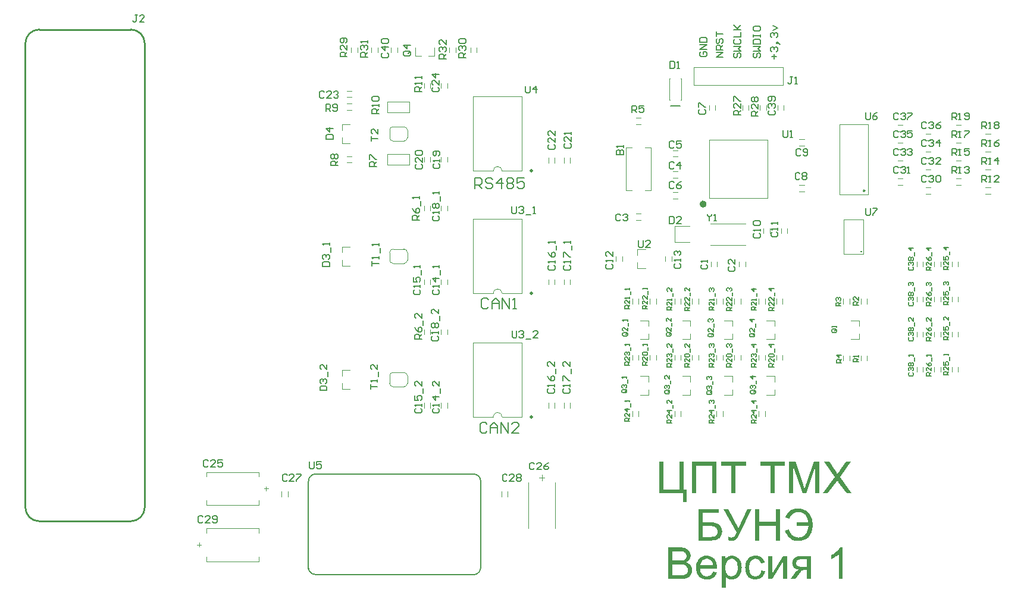
<source format=gto>
G04*
G04 #@! TF.GenerationSoftware,Altium Limited,Altium Designer,22.2.1 (43)*
G04*
G04 Layer_Color=65535*
%FSAX44Y44*%
%MOMM*%
G71*
G04*
G04 #@! TF.SameCoordinates,153B5C95-5CF5-4743-8735-2B8DBF92E26D*
G04*
G04*
G04 #@! TF.FilePolarity,Positive*
G04*
G01*
G75*
%ADD10C,0.6000*%
%ADD11C,0.2500*%
%ADD12C,0.1000*%
%ADD13C,0.2540*%
%ADD14C,0.1500*%
%ADD15C,0.5000*%
%ADD16C,0.2000*%
G36*
X01659228Y00739764D02*
X01676010Y00716243D01*
X01668688D01*
X01657349Y00732183D01*
X01657284Y00732248D01*
X01657154Y00732442D01*
X01657025Y00732701D01*
X01656766Y00733025D01*
X01656183Y00733932D01*
X01655535Y00734904D01*
X01655470Y00734839D01*
X01655275Y00734580D01*
X01655016Y00734191D01*
X01654692Y00733673D01*
X01653979Y00732636D01*
X01653656Y00732183D01*
X01653396Y00731794D01*
X01642057Y00716243D01*
X01634930D01*
X01652230Y00739440D01*
X01636938Y00761081D01*
X01644001D01*
X01652165Y00749548D01*
Y00749483D01*
X01652295Y00749418D01*
X01652424Y00749224D01*
X01652619Y00748965D01*
X01653008Y00748317D01*
X01653591Y00747539D01*
X01654174Y00746632D01*
X01654757Y00745725D01*
X01655275Y00744883D01*
X01655729Y00744105D01*
X01655794Y00744235D01*
X01655988Y00744494D01*
X01656312Y00745012D01*
X01656766Y00745660D01*
X01657284Y00746373D01*
X01657932Y00747280D01*
X01658580Y00748187D01*
X01659357Y00749159D01*
X01668299Y00761081D01*
X01674779D01*
X01659228Y00739764D01*
D02*
G37*
G36*
X01629876Y00716243D02*
X01624174D01*
Y00753760D01*
X01611085Y00716243D01*
X01605772D01*
X01592813Y00754408D01*
Y00716243D01*
X01587111D01*
Y00761081D01*
X01595988D01*
X01606614Y00729267D01*
Y00729202D01*
X01606679Y00729073D01*
X01606744Y00728878D01*
X01606873Y00728554D01*
X01607132Y00727777D01*
X01607456Y00726805D01*
X01607780Y00725703D01*
X01608169Y00724602D01*
X01608493Y00723565D01*
X01608752Y00722658D01*
X01608817Y00722787D01*
X01608882Y00723111D01*
X01609076Y00723695D01*
X01609335Y00724472D01*
X01609659Y00725509D01*
X01610113Y00726740D01*
X01610567Y00728165D01*
X01611150Y00729850D01*
X01621906Y00761081D01*
X01629876D01*
Y00716243D01*
D02*
G37*
G36*
X01437109Y00721556D02*
X01441256D01*
Y00703802D01*
X01435943D01*
Y00716243D01*
X01401990D01*
Y00761081D01*
X01407951D01*
Y00721556D01*
X01431148D01*
Y00761081D01*
X01437109D01*
Y00721556D01*
D02*
G37*
G36*
X01581149Y00755768D02*
X01566376D01*
Y00716243D01*
X01560415D01*
Y00755768D01*
X01545641D01*
Y00761081D01*
X01581149D01*
Y00755768D01*
D02*
G37*
G36*
X01525425D02*
X01510652D01*
Y00716243D01*
X01504691D01*
Y00755768D01*
X01489917D01*
Y00761081D01*
X01525425D01*
Y00755768D01*
D02*
G37*
G36*
X01483503Y00716243D02*
X01477542D01*
Y00755768D01*
X01454280D01*
Y00716243D01*
X01448319D01*
Y00761081D01*
X01483503D01*
Y00716243D01*
D02*
G37*
G36*
X01573665Y00649219D02*
X01567704D01*
Y00670342D01*
X01544508D01*
Y00649219D01*
X01538546D01*
Y00694057D01*
X01544508D01*
Y00675655D01*
X01567704D01*
Y00694057D01*
X01573665D01*
Y00649219D01*
D02*
G37*
G36*
X01516451Y00659197D02*
X01516386Y00659132D01*
X01516322Y00658938D01*
X01516127Y00658614D01*
X01515933Y00658160D01*
X01515674Y00657642D01*
X01515350Y00656994D01*
X01514637Y00655698D01*
X01513795Y00654208D01*
X01512952Y00652847D01*
X01512499Y00652199D01*
X01512045Y00651616D01*
X01511656Y00651098D01*
X01511268Y00650644D01*
X01511203Y00650579D01*
X01510879Y00650320D01*
X01510425Y00649996D01*
X01509777Y00649672D01*
X01509000Y00649284D01*
X01507963Y00648960D01*
X01506862Y00648700D01*
X01505501Y00648636D01*
X01505112D01*
X01504594Y00648700D01*
X01503946Y00648765D01*
X01503168Y00648895D01*
X01502196Y00649089D01*
X01501095Y00649348D01*
X01499928Y00649672D01*
Y00654726D01*
X01500058Y00654662D01*
X01500317Y00654532D01*
X01500836Y00654338D01*
X01501419Y00654078D01*
X01502196Y00653819D01*
X01503038Y00653625D01*
X01503946Y00653495D01*
X01504918Y00653430D01*
X01505306D01*
X01505695Y00653495D01*
X01506214Y00653625D01*
X01506797Y00653754D01*
X01507445Y00654014D01*
X01508093Y00654338D01*
X01508676Y00654791D01*
X01508741Y00654856D01*
X01508935Y00655115D01*
X01509259Y00655504D01*
X01509713Y00656087D01*
X01510231Y00656929D01*
X01510490Y00657448D01*
X01510814Y00658031D01*
X01511073Y00658679D01*
X01511397Y00659392D01*
X01511786Y00660169D01*
X01512110Y00661076D01*
X01493967Y00694057D01*
X01499928D01*
X01514637Y00666519D01*
X01527337Y00694057D01*
X01533233D01*
X01516451Y00659197D01*
D02*
G37*
G36*
X01600815Y00694770D02*
X01601981Y00694705D01*
X01604119Y00694316D01*
X01605156Y00694057D01*
X01606063Y00693798D01*
X01606970Y00693474D01*
X01607748Y00693215D01*
X01608461Y00692891D01*
X01609109Y00692567D01*
X01609627Y00692308D01*
X01610081Y00692048D01*
X01610469Y00691854D01*
X01610728Y00691660D01*
X01610858Y00691595D01*
X01610923Y00691530D01*
X01612608Y00690234D01*
X01614033Y00688874D01*
X01615264Y00687513D01*
X01616301Y00686152D01*
X01617079Y00684986D01*
X01617338Y00684532D01*
X01617597Y00684079D01*
X01617791Y00683755D01*
X01617921Y00683431D01*
X01618050Y00683301D01*
Y00683236D01*
X01618828Y00681357D01*
X01619411Y00679413D01*
X01619800Y00677534D01*
X01620124Y00675785D01*
X01620189Y00675007D01*
X01620253Y00674295D01*
X01620318Y00673647D01*
Y00673128D01*
X01620383Y00672675D01*
Y00672351D01*
Y00672156D01*
Y00672092D01*
Y00670277D01*
X01620253Y00668528D01*
X01620059Y00666843D01*
X01619735Y00665223D01*
X01619411Y00663733D01*
X01618958Y00662372D01*
X01618569Y00661076D01*
X01618050Y00659910D01*
X01617597Y00658873D01*
X01617143Y00657966D01*
X01616690Y00657124D01*
X01616301Y00656476D01*
X01615977Y00655957D01*
X01615718Y00655569D01*
X01615588Y00655310D01*
X01615523Y00655245D01*
X01614487Y00654078D01*
X01613385Y00652977D01*
X01612154Y00652070D01*
X01610858Y00651292D01*
X01609562Y00650644D01*
X01608266Y00650126D01*
X01606970Y00649672D01*
X01605674Y00649284D01*
X01604443Y00649024D01*
X01603342Y00648830D01*
X01602370Y00648636D01*
X01601463Y00648571D01*
X01600750Y00648506D01*
X01600167Y00648441D01*
X01599713D01*
X01598353Y00648506D01*
X01597057Y00648636D01*
X01595826Y00648830D01*
X01594659Y00649089D01*
X01593558Y00649413D01*
X01592456Y00649802D01*
X01590512Y00650774D01*
X01588828Y00651875D01*
X01587273Y00653171D01*
X01585912Y00654532D01*
X01584810Y00655893D01*
X01583838Y00657253D01*
X01582996Y00658614D01*
X01582348Y00659910D01*
X01581830Y00661012D01*
X01581441Y00661983D01*
X01581311Y00662372D01*
X01581182Y00662696D01*
X01581117Y00662955D01*
X01581052Y00663150D01*
X01580987Y00663279D01*
Y00663344D01*
X01586689Y00664834D01*
X01586949Y00663798D01*
X01587273Y00662826D01*
X01588050Y00661076D01*
X01588957Y00659521D01*
X01589929Y00658225D01*
X01591031Y00657124D01*
X01592132Y00656217D01*
X01593298Y00655439D01*
X01594465Y00654856D01*
X01595566Y00654402D01*
X01596603Y00654014D01*
X01597575Y00653754D01*
X01598417Y00653625D01*
X01599130Y00653495D01*
X01599713Y00653430D01*
X01600167D01*
X01601268Y00653495D01*
X01602305Y00653625D01*
X01603342Y00653819D01*
X01604249Y00654143D01*
X01605091Y00654467D01*
X01605934Y00654791D01*
X01606646Y00655180D01*
X01607359Y00655633D01*
X01607942Y00656022D01*
X01608461Y00656411D01*
X01608979Y00656735D01*
X01609303Y00657124D01*
X01609627Y00657383D01*
X01609821Y00657577D01*
X01609951Y00657707D01*
X01610016Y00657772D01*
X01610728Y00658614D01*
X01611312Y00659521D01*
X01611830Y00660493D01*
X01612348Y00661465D01*
X01613061Y00663474D01*
X01613644Y00665353D01*
X01613839Y00666260D01*
X01613968Y00667038D01*
X01614098Y00667815D01*
X01614163Y00668463D01*
X01614227Y00668981D01*
X01614292Y00669370D01*
Y00669629D01*
Y00669694D01*
X01597575D01*
Y00675007D01*
X01614098D01*
X01613968Y00676238D01*
X01613839Y00677405D01*
X01613580Y00678506D01*
X01613320Y00679543D01*
X01612996Y00680450D01*
X01612608Y00681357D01*
X01612284Y00682135D01*
X01611895Y00682912D01*
X01611506Y00683560D01*
X01611182Y00684079D01*
X01610858Y00684597D01*
X01610534Y00684986D01*
X01610275Y00685310D01*
X01610145Y00685504D01*
X01610016Y00685634D01*
X01609951Y00685699D01*
X01609238Y00686411D01*
X01608461Y00686994D01*
X01607618Y00687513D01*
X01606776Y00687966D01*
X01605934Y00688355D01*
X01605091Y00688679D01*
X01603407Y00689133D01*
X01602629Y00689327D01*
X01601916Y00689457D01*
X01601268Y00689521D01*
X01600750Y00689586D01*
X01600296Y00689651D01*
X01599648D01*
X01597899Y00689521D01*
X01596344Y00689262D01*
X01594918Y00688809D01*
X01593622Y00688161D01*
X01592521Y00687448D01*
X01591484Y00686671D01*
X01590642Y00685828D01*
X01589864Y00684921D01*
X01589216Y00684014D01*
X01588698Y00683171D01*
X01588309Y00682394D01*
X01587921Y00681681D01*
X01587726Y00681098D01*
X01587532Y00680580D01*
X01587467Y00680321D01*
X01587402Y00680191D01*
X01581571Y00681746D01*
X01581895Y00682848D01*
X01582283Y00683949D01*
X01582737Y00684921D01*
X01583255Y00685828D01*
X01583774Y00686671D01*
X01584292Y00687513D01*
X01584810Y00688226D01*
X01585329Y00688874D01*
X01585847Y00689457D01*
X01586301Y00689910D01*
X01586754Y00690364D01*
X01587078Y00690688D01*
X01587402Y00691012D01*
X01587661Y00691206D01*
X01587791Y00691271D01*
X01587856Y00691336D01*
X01588763Y00691984D01*
X01589735Y00692502D01*
X01590707Y00692956D01*
X01591679Y00693344D01*
X01593622Y00693992D01*
X01595502Y00694381D01*
X01596344Y00694576D01*
X01597121Y00694640D01*
X01597834Y00694705D01*
X01598417Y00694770D01*
X01598936Y00694835D01*
X01599584D01*
X01600815Y00694770D01*
D02*
G37*
G36*
X01486775Y00688744D02*
X01463578D01*
Y00674942D01*
X01475241D01*
X01475760Y00674878D01*
X01476991D01*
X01477704Y00674813D01*
X01479194Y00674683D01*
X01480749Y00674424D01*
X01482304Y00674165D01*
X01483730Y00673776D01*
X01483794D01*
X01483859Y00673711D01*
X01484053Y00673647D01*
X01484313Y00673582D01*
X01484961Y00673258D01*
X01485738Y00672804D01*
X01486645Y00672221D01*
X01487617Y00671508D01*
X01488524Y00670601D01*
X01489367Y00669500D01*
Y00669435D01*
X01489431Y00669370D01*
X01489561Y00669176D01*
X01489691Y00668981D01*
X01490015Y00668269D01*
X01490468Y00667426D01*
X01490857Y00666389D01*
X01491181Y00665158D01*
X01491440Y00663733D01*
X01491505Y00662243D01*
Y00662178D01*
Y00662113D01*
Y00661919D01*
Y00661659D01*
X01491440Y00661012D01*
X01491311Y00660169D01*
X01491116Y00659197D01*
X01490857Y00658096D01*
X01490468Y00656929D01*
X01489950Y00655828D01*
X01489885Y00655698D01*
X01489691Y00655374D01*
X01489302Y00654791D01*
X01488848Y00654143D01*
X01488200Y00653366D01*
X01487423Y00652588D01*
X01486516Y00651811D01*
X01485414Y00651033D01*
X01485349D01*
X01485285Y00650968D01*
X01485090Y00650839D01*
X01484831Y00650774D01*
X01484507Y00650644D01*
X01484118Y00650450D01*
X01483600Y00650320D01*
X01483017Y00650126D01*
X01482369Y00649931D01*
X01481591Y00649802D01*
X01480749Y00649672D01*
X01479842Y00649478D01*
X01478805Y00649413D01*
X01477704Y00649284D01*
X01476472Y00649219D01*
X01457617D01*
Y00694057D01*
X01486775D01*
Y00688744D01*
D02*
G37*
G36*
X01506635Y00627616D02*
X01507088Y00627551D01*
X01508060Y00627422D01*
X01509227Y00627162D01*
X01510458Y00626774D01*
X01511689Y00626190D01*
X01512920Y00625478D01*
X01512985D01*
X01513049Y00625348D01*
X01513438Y00625089D01*
X01514021Y00624571D01*
X01514734Y00623923D01*
X01515512Y00623080D01*
X01516289Y00622044D01*
X01517067Y00620812D01*
X01517715Y00619452D01*
Y00619387D01*
X01517780Y00619257D01*
X01517844Y00619063D01*
X01517974Y00618804D01*
X01518103Y00618415D01*
X01518233Y00617962D01*
X01518557Y00616925D01*
X01518881Y00615629D01*
X01519140Y00614203D01*
X01519335Y00612583D01*
X01519399Y00610899D01*
Y00610834D01*
Y00610704D01*
Y00610445D01*
Y00610056D01*
X01519335Y00609603D01*
Y00609085D01*
X01519205Y00607918D01*
X01518946Y00606493D01*
X01518622Y00605002D01*
X01518168Y00603447D01*
X01517585Y00601892D01*
Y00601827D01*
X01517520Y00601698D01*
X01517391Y00601503D01*
X01517261Y00601244D01*
X01516808Y00600532D01*
X01516224Y00599624D01*
X01515512Y00598652D01*
X01514604Y00597681D01*
X01513568Y00596709D01*
X01512337Y00595801D01*
X01512272D01*
X01512207Y00595737D01*
X01512013Y00595607D01*
X01511754Y00595477D01*
X01511106Y00595154D01*
X01510199Y00594765D01*
X01509097Y00594376D01*
X01507931Y00594052D01*
X01506570Y00593793D01*
X01505209Y00593728D01*
X01504756D01*
X01504237Y00593793D01*
X01503589Y00593858D01*
X01502812Y00593987D01*
X01501969Y00594182D01*
X01501127Y00594441D01*
X01500285Y00594829D01*
X01500220Y00594894D01*
X01499896Y00595024D01*
X01499507Y00595283D01*
X01498989Y00595672D01*
X01498470Y00596061D01*
X01497823Y00596579D01*
X01497239Y00597162D01*
X01496721Y00597810D01*
Y00582000D01*
X01491213D01*
Y00626968D01*
X01496203D01*
Y00622691D01*
X01496267Y00622821D01*
X01496527Y00623080D01*
X01496851Y00623534D01*
X01497369Y00624052D01*
X01497952Y00624700D01*
X01498600Y00625283D01*
X01499378Y00625867D01*
X01500155Y00626385D01*
X01500285Y00626450D01*
X01500544Y00626579D01*
X01501062Y00626774D01*
X01501710Y00627033D01*
X01502488Y00627292D01*
X01503395Y00627486D01*
X01504432Y00627616D01*
X01505598Y00627681D01*
X01506311D01*
X01506635Y00627616D01*
D02*
G37*
G36*
X01540134D02*
X01540523D01*
X01541041Y00627551D01*
X01542272Y00627357D01*
X01543633Y00627033D01*
X01545058Y00626514D01*
X01546484Y00625867D01*
X01547845Y00624959D01*
X01547909D01*
X01547974Y00624830D01*
X01548363Y00624441D01*
X01548946Y00623858D01*
X01549659Y00623016D01*
X01550372Y00621979D01*
X01551084Y00620683D01*
X01551732Y00619193D01*
X01552186Y00617443D01*
X01546808Y00616601D01*
Y00616665D01*
X01546743Y00616730D01*
X01546678Y00617119D01*
X01546484Y00617702D01*
X01546160Y00618415D01*
X01545836Y00619193D01*
X01545318Y00620035D01*
X01544734Y00620812D01*
X01544086Y00621460D01*
X01544022Y00621525D01*
X01543763Y00621720D01*
X01543309Y00621979D01*
X01542791Y00622303D01*
X01542078Y00622627D01*
X01541300Y00622886D01*
X01540393Y00623080D01*
X01539421Y00623145D01*
X01539032D01*
X01538708Y00623080D01*
X01537996Y00623016D01*
X01537024Y00622756D01*
X01535987Y00622432D01*
X01534821Y00621914D01*
X01533719Y00621136D01*
X01533201Y00620683D01*
X01532682Y00620164D01*
Y00620100D01*
X01532553Y00620035D01*
X01532423Y00619841D01*
X01532294Y00619581D01*
X01532099Y00619257D01*
X01531840Y00618869D01*
X01531646Y00618415D01*
X01531387Y00617897D01*
X01531127Y00617249D01*
X01530933Y00616536D01*
X01530674Y00615758D01*
X01530479Y00614916D01*
X01530350Y00614009D01*
X01530220Y00612972D01*
X01530091Y00611871D01*
Y00610704D01*
Y00610640D01*
Y00610445D01*
Y00610056D01*
X01530155Y00609668D01*
Y00609085D01*
X01530220Y00608501D01*
X01530415Y00607076D01*
X01530674Y00605521D01*
X01531127Y00603901D01*
X01531711Y00602475D01*
X01532099Y00601763D01*
X01532553Y00601179D01*
X01532682Y00601050D01*
X01533006Y00600726D01*
X01533590Y00600272D01*
X01534302Y00599754D01*
X01535274Y00599171D01*
X01536376Y00598717D01*
X01537672Y00598393D01*
X01538385Y00598328D01*
X01539097Y00598264D01*
X01539227D01*
X01539616Y00598328D01*
X01540264Y00598393D01*
X01540976Y00598523D01*
X01541819Y00598717D01*
X01542726Y00599106D01*
X01543633Y00599560D01*
X01544475Y00600207D01*
X01544605Y00600272D01*
X01544799Y00600596D01*
X01545188Y00601050D01*
X01545641Y00601763D01*
X01546095Y00602605D01*
X01546613Y00603642D01*
X01547002Y00604938D01*
X01547261Y00606363D01*
X01552704Y00605650D01*
Y00605586D01*
X01552639Y00605391D01*
X01552575Y00605132D01*
X01552510Y00604743D01*
X01552380Y00604225D01*
X01552251Y00603707D01*
X01551797Y00602411D01*
X01551214Y00601050D01*
X01550372Y00599560D01*
X01549335Y00598134D01*
X01548752Y00597486D01*
X01548104Y00596838D01*
X01548039Y00596773D01*
X01547909Y00596709D01*
X01547715Y00596579D01*
X01547456Y00596385D01*
X01547132Y00596125D01*
X01546678Y00595866D01*
X01546160Y00595607D01*
X01545641Y00595283D01*
X01544346Y00594700D01*
X01542791Y00594246D01*
X01541106Y00593858D01*
X01540134Y00593793D01*
X01539162Y00593728D01*
X01538514D01*
X01538060Y00593793D01*
X01537477Y00593858D01*
X01536829Y00593987D01*
X01536117Y00594117D01*
X01535339Y00594246D01*
X01533590Y00594765D01*
X01532747Y00595154D01*
X01531840Y00595542D01*
X01530933Y00596061D01*
X01530091Y00596644D01*
X01529248Y00597292D01*
X01528471Y00598069D01*
X01528406Y00598134D01*
X01528276Y00598264D01*
X01528082Y00598523D01*
X01527823Y00598847D01*
X01527564Y00599300D01*
X01527175Y00599883D01*
X01526851Y00600532D01*
X01526462Y00601244D01*
X01526073Y00602087D01*
X01525749Y00603059D01*
X01525361Y00604030D01*
X01525101Y00605197D01*
X01524842Y00606363D01*
X01524648Y00607724D01*
X01524518Y00609085D01*
X01524453Y00610575D01*
Y00610640D01*
Y00610834D01*
Y00611093D01*
Y00611482D01*
X01524518Y00611936D01*
Y00612454D01*
X01524583Y00613037D01*
X01524648Y00613685D01*
X01524842Y00615111D01*
X01525166Y00616665D01*
X01525555Y00618221D01*
X01526138Y00619776D01*
Y00619841D01*
X01526203Y00619970D01*
X01526333Y00620164D01*
X01526462Y00620424D01*
X01526851Y00621136D01*
X01527434Y00621979D01*
X01528212Y00622951D01*
X01529119Y00623923D01*
X01530220Y00624895D01*
X01531451Y00625672D01*
X01531516D01*
X01531646Y00625737D01*
X01531840Y00625867D01*
X01532099Y00625996D01*
X01532423Y00626126D01*
X01532812Y00626320D01*
X01533784Y00626709D01*
X01534886Y00627033D01*
X01536246Y00627357D01*
X01537672Y00627616D01*
X01539227Y00627681D01*
X01539745D01*
X01540134Y00627616D01*
D02*
G37*
G36*
X01584130Y00594441D02*
X01578622D01*
Y00619063D01*
X01563331Y00594441D01*
X01557434D01*
Y00626968D01*
X01562942D01*
Y00602151D01*
X01578169Y00626968D01*
X01584130D01*
Y00594441D01*
D02*
G37*
G36*
X01662986D02*
X01657478D01*
Y00629495D01*
X01657414Y00629430D01*
X01657090Y00629171D01*
X01656701Y00628782D01*
X01656053Y00628329D01*
X01655340Y00627746D01*
X01654433Y00627098D01*
X01653396Y00626385D01*
X01652230Y00625672D01*
X01652165D01*
X01652100Y00625607D01*
X01651712Y00625348D01*
X01651064Y00625024D01*
X01650286Y00624635D01*
X01649379Y00624182D01*
X01648407Y00623728D01*
X01647435Y00623275D01*
X01646463Y00622886D01*
Y00628199D01*
X01646528D01*
X01646658Y00628329D01*
X01646917Y00628394D01*
X01647241Y00628588D01*
X01647630Y00628782D01*
X01648083Y00629041D01*
X01649185Y00629689D01*
X01650480Y00630402D01*
X01651776Y00631309D01*
X01653137Y00632346D01*
X01654498Y00633448D01*
X01654563Y00633512D01*
X01654627Y00633577D01*
X01654822Y00633772D01*
X01655081Y00633966D01*
X01655664Y00634614D01*
X01656442Y00635391D01*
X01657219Y00636298D01*
X01658062Y00637335D01*
X01658774Y00638372D01*
X01659422Y00639473D01*
X01662986D01*
Y00594441D01*
D02*
G37*
G36*
X01618018D02*
X01612510D01*
Y00607141D01*
X01608882D01*
X01608363Y00607076D01*
X01607715D01*
X01607003Y00606946D01*
X01606290Y00606817D01*
X01605577Y00606622D01*
X01604994Y00606363D01*
X01604929Y00606298D01*
X01604735Y00606169D01*
X01604411Y00605910D01*
X01603957Y00605456D01*
X01603374Y00604808D01*
X01602661Y00603966D01*
X01602273Y00603447D01*
X01601819Y00602864D01*
X01601366Y00602216D01*
X01600847Y00601503D01*
X01595988Y00594441D01*
X01589184D01*
X01595145Y00603188D01*
X01595210Y00603253D01*
X01595275Y00603382D01*
X01595404Y00603577D01*
X01595599Y00603836D01*
X01596117Y00604484D01*
X01596830Y00605262D01*
X01597672Y00606039D01*
X01598579Y00606817D01*
X01599551Y00607400D01*
X01600005Y00607594D01*
X01600523Y00607724D01*
X01600458D01*
X01600329Y00607789D01*
X01600070D01*
X01599746Y00607853D01*
X01599357Y00607983D01*
X01598903Y00608048D01*
X01597931Y00608372D01*
X01596765Y00608825D01*
X01595664Y00609408D01*
X01594562Y00610186D01*
X01593590Y00611093D01*
Y00611158D01*
X01593525Y00611223D01*
X01593266Y00611612D01*
X01592877Y00612195D01*
X01592489Y00612907D01*
X01592035Y00613879D01*
X01591711Y00614981D01*
X01591452Y00616147D01*
X01591322Y00617443D01*
Y00617508D01*
Y00617637D01*
Y00617832D01*
X01591387Y00618156D01*
Y00618480D01*
X01591452Y00618933D01*
X01591711Y00619905D01*
X01592035Y00620942D01*
X01592553Y00622108D01*
X01593331Y00623275D01*
X01593784Y00623793D01*
X01594303Y00624311D01*
X01594368D01*
X01594433Y00624441D01*
X01594627Y00624571D01*
X01594886Y00624700D01*
X01595145Y00624959D01*
X01595534Y00625154D01*
X01595988Y00625413D01*
X01596506Y00625672D01*
X01597089Y00625867D01*
X01597737Y00626126D01*
X01598450Y00626385D01*
X01599227Y00626579D01*
X01600912Y00626838D01*
X01602921Y00626968D01*
X01618018D01*
Y00594441D01*
D02*
G37*
G36*
X01433092Y00639214D02*
X01433610D01*
X01434777Y00639085D01*
X01436073Y00638955D01*
X01437433Y00638696D01*
X01438794Y00638372D01*
X01440025Y00637918D01*
X01440090D01*
X01440155Y00637854D01*
X01440543Y00637659D01*
X01441127Y00637335D01*
X01441774Y00636882D01*
X01442552Y00636298D01*
X01443394Y00635586D01*
X01444172Y00634679D01*
X01444885Y00633707D01*
X01444949Y00633577D01*
X01445144Y00633188D01*
X01445468Y00632670D01*
X01445792Y00631893D01*
X01446116Y00630985D01*
X01446440Y00630013D01*
X01446634Y00628912D01*
X01446699Y00627810D01*
Y00627681D01*
Y00627357D01*
X01446634Y00626774D01*
X01446505Y00626061D01*
X01446310Y00625219D01*
X01445986Y00624311D01*
X01445597Y00623404D01*
X01445079Y00622432D01*
X01445014Y00622303D01*
X01444820Y00622044D01*
X01444431Y00621525D01*
X01443913Y00621007D01*
X01443265Y00620359D01*
X01442487Y00619646D01*
X01441515Y00618998D01*
X01440414Y00618350D01*
X01440479D01*
X01440608Y00618285D01*
X01440803Y00618221D01*
X01441062Y00618091D01*
X01441839Y00617832D01*
X01442746Y00617378D01*
X01443718Y00616795D01*
X01444820Y00616082D01*
X01445792Y00615240D01*
X01446699Y00614203D01*
X01446764Y00614074D01*
X01447023Y00613685D01*
X01447412Y00613102D01*
X01447800Y00612324D01*
X01448189Y00611287D01*
X01448578Y00610186D01*
X01448837Y00608890D01*
X01448902Y00607465D01*
Y00607400D01*
Y00607335D01*
Y00606946D01*
X01448837Y00606298D01*
X01448708Y00605521D01*
X01448578Y00604614D01*
X01448319Y00603642D01*
X01447995Y00602605D01*
X01447541Y00601568D01*
X01447477Y00601439D01*
X01447282Y00601115D01*
X01447023Y00600661D01*
X01446634Y00600013D01*
X01446116Y00599365D01*
X01445597Y00598652D01*
X01444949Y00597940D01*
X01444237Y00597356D01*
X01444172Y00597292D01*
X01443913Y00597097D01*
X01443459Y00596838D01*
X01442876Y00596579D01*
X01442163Y00596190D01*
X01441321Y00595801D01*
X01440414Y00595477D01*
X01439312Y00595154D01*
X01439183D01*
X01438794Y00595024D01*
X01438146Y00594959D01*
X01437304Y00594829D01*
X01436267Y00594700D01*
X01435036Y00594570D01*
X01433675Y00594506D01*
X01432120Y00594441D01*
X01415014D01*
Y00639279D01*
X01432638D01*
X01433092Y00639214D01*
D02*
G37*
G36*
X01470738Y00627616D02*
X01471256Y00627551D01*
X01471904Y00627422D01*
X01472617Y00627292D01*
X01473459Y00627098D01*
X01474237Y00626903D01*
X01475144Y00626579D01*
X01475986Y00626255D01*
X01476894Y00625802D01*
X01477801Y00625283D01*
X01478708Y00624700D01*
X01479550Y00623987D01*
X01480328Y00623210D01*
X01480393Y00623145D01*
X01480522Y00623016D01*
X01480717Y00622756D01*
X01480976Y00622368D01*
X01481300Y00621914D01*
X01481624Y00621396D01*
X01482012Y00620748D01*
X01482401Y00619970D01*
X01482790Y00619128D01*
X01483179Y00618221D01*
X01483503Y00617184D01*
X01483827Y00616082D01*
X01484086Y00614851D01*
X01484280Y00613555D01*
X01484410Y00612195D01*
X01484475Y00610704D01*
Y00610640D01*
Y00610380D01*
Y00609927D01*
X01484410Y00609279D01*
X01460112D01*
Y00609214D01*
Y00609020D01*
X01460176Y00608760D01*
Y00608372D01*
X01460241Y00607918D01*
X01460371Y00607400D01*
X01460565Y00606233D01*
X01460954Y00604938D01*
X01461472Y00603512D01*
X01462185Y00602216D01*
X01463092Y00601050D01*
X01463157D01*
X01463222Y00600920D01*
X01463611Y00600596D01*
X01464194Y00600143D01*
X01464971Y00599689D01*
X01466008Y00599171D01*
X01467174Y00598717D01*
X01468470Y00598393D01*
X01469183Y00598328D01*
X01469960Y00598264D01*
X01470479D01*
X01471062Y00598328D01*
X01471775Y00598458D01*
X01472552Y00598652D01*
X01473459Y00598912D01*
X01474302Y00599300D01*
X01475144Y00599819D01*
X01475209Y00599883D01*
X01475533Y00600143D01*
X01475922Y00600532D01*
X01476375Y00601050D01*
X01476894Y00601763D01*
X01477477Y00602670D01*
X01478060Y00603707D01*
X01478578Y00604938D01*
X01484280Y00604225D01*
Y00604160D01*
X01484216Y00604030D01*
X01484151Y00603771D01*
X01484021Y00603382D01*
X01483827Y00602994D01*
X01483632Y00602475D01*
X01483114Y00601374D01*
X01482466Y00600143D01*
X01481559Y00598847D01*
X01480522Y00597616D01*
X01479226Y00596449D01*
X01479162D01*
X01479032Y00596320D01*
X01478837Y00596190D01*
X01478578Y00595996D01*
X01478190Y00595801D01*
X01477801Y00595607D01*
X01477282Y00595348D01*
X01476699Y00595089D01*
X01476051Y00594829D01*
X01475403Y00594570D01*
X01473783Y00594182D01*
X01471969Y00593858D01*
X01469960Y00593728D01*
X01469248D01*
X01468794Y00593793D01*
X01468211Y00593858D01*
X01467498Y00593987D01*
X01466721Y00594117D01*
X01465878Y00594246D01*
X01464064Y00594765D01*
X01463092Y00595154D01*
X01462185Y00595542D01*
X01461213Y00596061D01*
X01460306Y00596644D01*
X01459464Y00597292D01*
X01458621Y00598069D01*
X01458557Y00598134D01*
X01458427Y00598264D01*
X01458233Y00598523D01*
X01457973Y00598912D01*
X01457649Y00599365D01*
X01457325Y00599883D01*
X01456937Y00600532D01*
X01456548Y00601244D01*
X01456159Y00602087D01*
X01455770Y00602994D01*
X01455446Y00604030D01*
X01455122Y00605132D01*
X01454863Y00606298D01*
X01454669Y00607594D01*
X01454539Y00608955D01*
X01454474Y00610380D01*
Y00610445D01*
Y00610769D01*
Y00611158D01*
X01454539Y00611741D01*
X01454604Y00612454D01*
X01454669Y00613231D01*
X01454798Y00614138D01*
X01454993Y00615046D01*
X01455511Y00617119D01*
X01455835Y00618156D01*
X01456224Y00619257D01*
X01456742Y00620294D01*
X01457325Y00621266D01*
X01457973Y00622238D01*
X01458686Y00623145D01*
X01458751Y00623210D01*
X01458880Y00623340D01*
X01459140Y00623534D01*
X01459464Y00623858D01*
X01459852Y00624182D01*
X01460371Y00624571D01*
X01460954Y00625024D01*
X01461667Y00625413D01*
X01462379Y00625867D01*
X01463222Y00626255D01*
X01464129Y00626644D01*
X01465101Y00626968D01*
X01466138Y00627292D01*
X01467239Y00627486D01*
X01468405Y00627616D01*
X01469637Y00627681D01*
X01470284D01*
X01470738Y00627616D01*
D02*
G37*
%LPC*%
G36*
X01473557Y00669824D02*
X01463578D01*
Y00654273D01*
X01475889D01*
X01476213Y00654338D01*
X01476602D01*
X01477056Y00654402D01*
X01478157Y00654532D01*
X01479323Y00654726D01*
X01480490Y00655115D01*
X01481656Y00655569D01*
X01482628Y00656217D01*
X01482758Y00656281D01*
X01483017Y00656605D01*
X01483405Y00657059D01*
X01483859Y00657707D01*
X01484313Y00658484D01*
X01484702Y00659521D01*
X01484961Y00660687D01*
X01485090Y00662048D01*
Y00662113D01*
Y00662178D01*
Y00662502D01*
X01485025Y00663020D01*
X01484896Y00663668D01*
X01484766Y00664446D01*
X01484507Y00665223D01*
X01484118Y00666001D01*
X01483665Y00666713D01*
X01483600Y00666778D01*
X01483405Y00667038D01*
X01483082Y00667362D01*
X01482693Y00667750D01*
X01482110Y00668139D01*
X01481462Y00668528D01*
X01480684Y00668916D01*
X01479842Y00669176D01*
X01479712D01*
X01479388Y00669305D01*
X01479064D01*
X01478740Y00669370D01*
X01478351Y00669435D01*
X01477898Y00669500D01*
X01477315Y00669565D01*
X01476732Y00669629D01*
X01476019Y00669694D01*
X01475306D01*
X01474464Y00669759D01*
X01473557Y00669824D01*
D02*
G37*
G36*
X01505080Y00623340D02*
X01504756D01*
X01504496Y00623275D01*
X01503849Y00623145D01*
X01503006Y00622951D01*
X01502034Y00622562D01*
X01500997Y00621979D01*
X01500414Y00621590D01*
X01499896Y00621136D01*
X01499378Y00620618D01*
X01498859Y00620035D01*
Y00619970D01*
X01498730Y00619905D01*
X01498600Y00619711D01*
X01498470Y00619452D01*
X01498276Y00619063D01*
X01498017Y00618674D01*
X01497758Y00618156D01*
X01497563Y00617637D01*
X01497304Y00616990D01*
X01497045Y00616277D01*
X01496851Y00615499D01*
X01496591Y00614657D01*
X01496462Y00613685D01*
X01496332Y00612713D01*
X01496203Y00611676D01*
Y00610510D01*
Y00610445D01*
Y00610251D01*
Y00609927D01*
X01496267Y00609473D01*
Y00608955D01*
X01496332Y00608372D01*
X01496527Y00607011D01*
X01496851Y00605456D01*
X01497239Y00603966D01*
X01497887Y00602475D01*
X01498276Y00601827D01*
X01498730Y00601244D01*
X01498859Y00601115D01*
X01499183Y00600791D01*
X01499702Y00600272D01*
X01500414Y00599754D01*
X01501322Y00599236D01*
X01502358Y00598717D01*
X01503524Y00598393D01*
X01504173Y00598328D01*
X01504820Y00598264D01*
X01505209D01*
X01505468Y00598328D01*
X01506116Y00598458D01*
X01507023Y00598652D01*
X01507995Y00599041D01*
X01509032Y00599560D01*
X01510069Y00600337D01*
X01510587Y00600791D01*
X01511106Y00601309D01*
Y00601374D01*
X01511235Y00601439D01*
X01511365Y00601633D01*
X01511494Y00601892D01*
X01511754Y00602216D01*
X01511948Y00602670D01*
X01512207Y00603123D01*
X01512466Y00603707D01*
X01512661Y00604290D01*
X01512920Y00605067D01*
X01513179Y00605845D01*
X01513373Y00606687D01*
X01513503Y00607659D01*
X01513633Y00608696D01*
X01513762Y00609797D01*
Y00610964D01*
Y00611028D01*
Y00611223D01*
Y00611547D01*
X01513697Y00612000D01*
Y00612519D01*
X01513633Y00613102D01*
X01513438Y00614463D01*
X01513114Y00615953D01*
X01512661Y00617443D01*
X01512013Y00618933D01*
X01511624Y00619646D01*
X01511170Y00620229D01*
Y00620294D01*
X01511041Y00620359D01*
X01510717Y00620748D01*
X01510199Y00621201D01*
X01509486Y00621784D01*
X01508579Y00622368D01*
X01507542Y00622886D01*
X01506375Y00623210D01*
X01505728Y00623275D01*
X01505080Y00623340D01*
D02*
G37*
G36*
X01612510Y00622432D02*
X01603893D01*
X01603504Y00622368D01*
X01603050D01*
X01602014Y00622238D01*
X01600977Y00622044D01*
X01599940Y00621784D01*
X01599033Y00621396D01*
X01598644Y00621136D01*
X01598320Y00620877D01*
X01598255Y00620812D01*
X01598126Y00620618D01*
X01597867Y00620294D01*
X01597672Y00619841D01*
X01597413Y00619322D01*
X01597154Y00618739D01*
X01597024Y00618026D01*
X01596960Y00617313D01*
Y00617184D01*
X01597024Y00616860D01*
X01597089Y00616342D01*
X01597219Y00615694D01*
X01597478Y00614981D01*
X01597867Y00614268D01*
X01598320Y00613620D01*
X01599033Y00613037D01*
X01599162Y00612972D01*
X01599422Y00612843D01*
X01599940Y00612583D01*
X01600718Y00612389D01*
X01601236Y00612259D01*
X01601754Y00612130D01*
X01602337Y00612000D01*
X01603050Y00611871D01*
X01603763Y00611806D01*
X01604605Y00611741D01*
X01605448Y00611676D01*
X01612510D01*
Y00622432D01*
D02*
G37*
G36*
X01431602Y00633966D02*
X01420975D01*
Y00620489D01*
X01431990D01*
X01432833Y00620553D01*
X01433740Y00620618D01*
X01434647Y00620683D01*
X01435554Y00620812D01*
X01436267Y00620942D01*
X01436396Y00621007D01*
X01436656Y00621072D01*
X01437044Y00621266D01*
X01437563Y00621525D01*
X01438081Y00621784D01*
X01438664Y00622173D01*
X01439247Y00622691D01*
X01439701Y00623210D01*
X01439766Y00623275D01*
X01439895Y00623469D01*
X01440090Y00623858D01*
X01440284Y00624311D01*
X01440479Y00624830D01*
X01440673Y00625478D01*
X01440803Y00626255D01*
X01440867Y00627098D01*
Y00627227D01*
Y00627486D01*
X01440803Y00627875D01*
X01440738Y00628394D01*
X01440608Y00629041D01*
X01440414Y00629689D01*
X01440155Y00630337D01*
X01439766Y00630985D01*
X01439701Y00631050D01*
X01439572Y00631245D01*
X01439312Y00631568D01*
X01438988Y00631893D01*
X01438535Y00632281D01*
X01438016Y00632670D01*
X01437368Y00633059D01*
X01436656Y00633318D01*
X01436591D01*
X01436267Y00633448D01*
X01435813Y00633512D01*
X01435101Y00633642D01*
X01434129Y00633772D01*
X01433027Y00633836D01*
X01431602Y00633966D01*
D02*
G37*
G36*
X01432768Y00615175D02*
X01420975D01*
Y00599754D01*
X01433740D01*
X01435101Y00599819D01*
X01435684Y00599883D01*
X01436202Y00599948D01*
X01436267D01*
X01436526Y00600013D01*
X01436915Y00600078D01*
X01437368Y00600207D01*
X01438470Y00600596D01*
X01439572Y00601115D01*
X01439636Y00601179D01*
X01439831Y00601309D01*
X01440090Y00601503D01*
X01440414Y00601763D01*
X01440738Y00602151D01*
X01441191Y00602540D01*
X01441515Y00603059D01*
X01441904Y00603642D01*
X01441969Y00603707D01*
X01442034Y00603901D01*
X01442163Y00604290D01*
X01442358Y00604743D01*
X01442552Y00605262D01*
X01442682Y00605910D01*
X01442746Y00606687D01*
X01442811Y00607465D01*
Y00607594D01*
Y00607853D01*
X01442746Y00608372D01*
X01442617Y00608955D01*
X01442487Y00609603D01*
X01442228Y00610316D01*
X01441904Y00611028D01*
X01441451Y00611741D01*
X01441386Y00611806D01*
X01441191Y00612065D01*
X01440932Y00612389D01*
X01440543Y00612778D01*
X01440025Y00613231D01*
X01439377Y00613685D01*
X01438664Y00614074D01*
X01437822Y00614398D01*
X01437692Y00614463D01*
X01437433Y00614527D01*
X01436850Y00614657D01*
X01436137Y00614786D01*
X01435230Y00614916D01*
X01434129Y00615046D01*
X01432768Y00615175D01*
D02*
G37*
G36*
X01469701Y00623145D02*
X01469313D01*
X01469053Y00623080D01*
X01468341Y00623016D01*
X01467498Y00622821D01*
X01466462Y00622497D01*
X01465360Y00622044D01*
X01464323Y00621396D01*
X01463287Y00620553D01*
X01463157Y00620424D01*
X01462898Y00620100D01*
X01462444Y00619516D01*
X01461991Y00618739D01*
X01461472Y00617832D01*
X01461019Y00616665D01*
X01460630Y00615305D01*
X01460436Y00613815D01*
X01478643D01*
Y00613879D01*
Y00614009D01*
X01478578Y00614203D01*
Y00614463D01*
X01478449Y00615240D01*
X01478254Y00616082D01*
X01477930Y00617119D01*
X01477606Y00618091D01*
X01477088Y00619063D01*
X01476505Y00619905D01*
Y00619970D01*
X01476375Y00620035D01*
X01476051Y00620424D01*
X01475468Y00620942D01*
X01474691Y00621525D01*
X01473719Y00622108D01*
X01472552Y00622627D01*
X01471192Y00623016D01*
X01470479Y00623080D01*
X01469701Y00623145D01*
D02*
G37*
%LPD*%
D10*
X01466500Y01127926D02*
G03*
X01466500Y01127926I-00002000J00000000D01*
G01*
D11*
X01689750Y01060300D02*
G03*
X01689750Y01060300I-00000500J00000000D01*
G01*
X01694500Y01146900D02*
G03*
X01694500Y01146900I-00001000J00000000D01*
G01*
D12*
X01043750Y01059000D02*
G03*
X01038750Y01064000I-00005000J00000000D01*
G01*
Y01043500D02*
G03*
X01043750Y01048500I00000000J00005000D01*
G01*
X01023500Y01064000D02*
G03*
X01018500Y01059000I00000000J-00005000D01*
G01*
Y01048500D02*
G03*
X01023500Y01043500I00005000J00000000D01*
G01*
X01043750Y00883467D02*
G03*
X01038750Y00888467I-00005000J00000000D01*
G01*
Y00867967D02*
G03*
X01043750Y00872967I00000000J00005000D01*
G01*
X01023500Y00888467D02*
G03*
X01018500Y00883467I00000000J-00005000D01*
G01*
Y00872967D02*
G03*
X01023500Y00867967I00005000J00000000D01*
G01*
X01178502Y00825101D02*
G03*
X01165802Y00825101I-00006350J00000000D01*
G01*
X01178502Y01000851D02*
G03*
X01165802Y01000851I-00006350J00000000D01*
G01*
X01178502Y01175101D02*
G03*
X01165802Y01175101I-00006350J00000000D01*
G01*
X01043750Y01233155D02*
G03*
X01038750Y01238155I-00005000J00000000D01*
G01*
Y01217655D02*
G03*
X01043750Y01222655I00000000J00005000D01*
G01*
X01023500Y01238155D02*
G03*
X01018500Y01233155I00000000J-00005000D01*
G01*
Y01222655D02*
G03*
X01023500Y01217655I00005000J00000000D01*
G01*
X01082000Y01338750D02*
Y01350500D01*
X01055000Y01338750D02*
Y01350500D01*
Y01338750D02*
X01063250D01*
X01073750D02*
X01082000D01*
X00972500Y01343500D02*
Y01350500D01*
X00963500Y01343500D02*
Y01350500D01*
X01020500Y01343500D02*
Y01350500D01*
X01029500Y01343500D02*
Y01350500D01*
X00992500Y01343500D02*
Y01350500D01*
X01001500Y01343500D02*
Y01350500D01*
X01103500Y01343500D02*
Y01350500D01*
X01112500Y01343500D02*
Y01350500D01*
X01142500Y01343500D02*
Y01350500D01*
X01133500Y01343500D02*
Y01350500D01*
X01473500Y01136426D02*
X01556500D01*
X01473500Y01219426D02*
X01556500D01*
X01473500Y01136426D02*
Y01219426D01*
X01556500Y01136426D02*
Y01219426D01*
X01601500Y01210926D02*
X01608500D01*
X01601500Y01219926D02*
X01608500D01*
X01545500Y01261500D02*
Y01268500D01*
X01554500Y01261500D02*
Y01268500D01*
X01570500Y01261500D02*
Y01268500D01*
X01579500Y01261500D02*
Y01268500D01*
X01529500Y01261500D02*
Y01268500D01*
X01520500Y01261500D02*
Y01268500D01*
X01692750Y01056800D02*
Y01105800D01*
X01664750Y01056800D02*
X01692750D01*
X01664750Y01105800D02*
X01692750D01*
X01664750Y01056800D02*
Y01105800D01*
X01658250Y01141400D02*
Y01241650D01*
X01699250D01*
Y01141400D02*
Y01241650D01*
X01658250Y01141400D02*
X01699250D01*
X01482000Y01261500D02*
Y01268500D01*
X01473000Y01261500D02*
Y01268500D01*
X01381750Y01208801D02*
X01390000D01*
Y01147301D02*
Y01208801D01*
X01382000Y01147301D02*
X01390000D01*
X01355000Y01147551D02*
X01363250D01*
X01355000D02*
Y01208551D01*
X01363250D01*
X01421500Y01204500D02*
X01428500D01*
X01421500Y01195500D02*
X01428500D01*
X01421500Y01174500D02*
X01428500D01*
X01421500Y01165500D02*
X01428500D01*
X01421500Y01144926D02*
X01428500D01*
X01421500Y01135926D02*
X01428500D01*
X01424250Y01073500D02*
X01445000D01*
X01424250D02*
Y01096500D01*
X01445000D01*
X01369000Y01105426D02*
X01376000D01*
X01369000Y01114426D02*
X01376000D01*
X01371000Y01036500D02*
X01382750D01*
X01371000Y01063500D02*
X01382750D01*
X01371000Y01055250D02*
Y01063500D01*
Y01036500D02*
Y01044750D01*
X01340500Y01046500D02*
Y01053500D01*
X01349500Y01046500D02*
Y01053500D01*
X01410500Y01046500D02*
Y01053500D01*
X01419500Y01046500D02*
Y01053500D01*
X01475000Y01100000D02*
X01525000D01*
X01475000Y01070000D02*
X01525000D01*
X01575500Y01086500D02*
Y01093500D01*
X01584500Y01086500D02*
Y01093500D01*
X01550500Y01086500D02*
Y01093500D01*
X01559500Y01086500D02*
Y01093500D01*
X01524500Y01039000D02*
Y01046000D01*
X01515500Y01039000D02*
Y01046000D01*
X01484500Y01039000D02*
Y01046000D01*
X01475500Y01039000D02*
Y01046000D01*
X01043750Y01048500D02*
Y01059000D01*
X01018500Y01048500D02*
Y01059000D01*
X01023500Y01043500D02*
X01038750D01*
X01023500Y01064000D02*
X01038750D01*
X00950500Y01040347D02*
Y01048597D01*
Y01059097D02*
Y01067347D01*
X00962250D01*
X00950500Y01040347D02*
X00962250D01*
X01100500Y00942750D02*
Y00949750D01*
X01091500Y00942750D02*
Y00949750D01*
X00950500Y00864813D02*
Y00873063D01*
Y00883563D02*
Y00891813D01*
X00962250D01*
X00950500Y00864813D02*
X00962250D01*
X01043750Y00872967D02*
Y00883467D01*
X01018500Y00872967D02*
Y00883467D01*
X01023500Y00867967D02*
X01038750D01*
X01023500Y00888467D02*
X01038750D01*
X01100500Y00837951D02*
Y00844951D01*
X01091500Y00837951D02*
Y00844951D01*
X01067500Y00942750D02*
Y00949750D01*
X01076500Y00942750D02*
Y00949750D01*
Y00837951D02*
Y00844951D01*
X01067500Y00837951D02*
Y00844951D01*
X01275500Y01013701D02*
Y01020701D01*
X01266500Y01013701D02*
Y01020701D01*
X01253500Y01013701D02*
Y01020701D01*
X01244500Y01013701D02*
Y01020701D01*
X01275500Y00837951D02*
Y00844951D01*
X01266500Y00837951D02*
Y00844951D01*
X01253500Y00837951D02*
Y00844951D01*
X01244500Y00837951D02*
Y00844951D01*
X01178502Y00825101D02*
X01206965D01*
X01137234D02*
X01165802D01*
X01206965D02*
Y00931101D01*
X01137234D02*
X01206965D01*
X01137234Y00825101D02*
Y00931101D01*
X01178502Y01000851D02*
X01206965D01*
X01137234D02*
X01165802D01*
X01206965D02*
Y01106851D01*
X01137234D02*
X01206965D01*
X01137234Y01000851D02*
Y01106851D01*
Y01175101D02*
Y01281101D01*
X01206965D01*
Y01175101D02*
Y01281101D01*
X01137234Y01175101D02*
X01165802D01*
X01178502D02*
X01206965D01*
X01275500Y01186750D02*
Y01193750D01*
X01266500Y01186750D02*
Y01193750D01*
X01244500Y01186750D02*
Y01193750D01*
X01253500Y01186750D02*
Y01193750D01*
X00957450Y01289000D02*
X00964450D01*
X00957450Y01280000D02*
X00964450D01*
X00957450Y01270750D02*
X00964450D01*
X00957450Y01261750D02*
X00964450D01*
X00950500Y01214502D02*
Y01222752D01*
Y01233252D02*
Y01241502D01*
X00962250D01*
X00950500Y01214502D02*
X00962250D01*
X00957450Y01186951D02*
X00964450D01*
X00957450Y01195951D02*
X00964450D01*
X01043750Y01222655D02*
Y01233155D01*
X01018500Y01222655D02*
Y01233155D01*
X01023500Y01217655D02*
X01038750D01*
X01023500Y01238155D02*
X01038750D01*
X01046500Y01258500D02*
Y01274000D01*
X01015500Y01258500D02*
Y01274000D01*
Y01258500D02*
X01046500D01*
X01015500Y01274000D02*
X01046500D01*
X01015500Y01183701D02*
Y01199201D01*
X01046500Y01183701D02*
Y01199201D01*
X01015500D02*
X01046500D01*
X01015500Y01183701D02*
X01046500D01*
X01091500Y01292750D02*
Y01299750D01*
X01100500Y01292750D02*
Y01299750D01*
X01076500Y01292750D02*
Y01299750D01*
X01067500Y01292750D02*
Y01299750D01*
X01091500Y01187951D02*
Y01194951D01*
X01100500Y01187951D02*
Y01194951D01*
X01067500Y01187951D02*
Y01194951D01*
X01076500Y01187951D02*
Y01194951D01*
X01100500Y01118500D02*
Y01125500D01*
X01091500Y01118500D02*
Y01125500D01*
X01067500Y01118500D02*
Y01125500D01*
X01076500Y01118500D02*
Y01125500D01*
X01100500Y01013701D02*
Y01020701D01*
X01091500Y01013701D02*
Y01020701D01*
X01076500Y01013701D02*
Y01020701D01*
X01067500Y01013701D02*
Y01020701D01*
X01451500Y01297300D02*
Y01322700D01*
X01578500D01*
X01451500Y01297300D02*
X01578500D01*
Y01322700D01*
X00757686Y00619438D02*
Y00625938D01*
Y00619438D02*
X00831936D01*
Y00625938D01*
X00757750Y00660000D02*
Y00666500D01*
X00832000D01*
Y00660000D02*
Y00666500D01*
X00744500Y00643000D02*
X00750000D01*
X00747250Y00640000D02*
Y00646000D01*
X00832314Y00740062D02*
Y00746562D01*
X00758064D02*
X00832314D01*
X00758064Y00740062D02*
Y00746562D01*
X00832250Y00699500D02*
Y00706000D01*
X00758000Y00699500D02*
X00832250D01*
X00758000D02*
Y00706000D01*
X00840000Y00723000D02*
X00845500D01*
X00842750Y00720000D02*
Y00726000D01*
X00873500Y00711700D02*
Y00718700D01*
X00864500Y00711700D02*
Y00718700D01*
X01363750Y00825975D02*
Y00832975D01*
X01372750Y00825975D02*
Y00832975D01*
Y00985975D02*
Y00992975D01*
X01363750Y00985975D02*
Y00992975D01*
X01397750Y00905975D02*
Y00912975D01*
X01388750Y00905975D02*
Y00912975D01*
X01363750Y00905975D02*
Y00912975D01*
X01372750Y00905975D02*
Y00912975D01*
X01397750Y00985975D02*
Y00992975D01*
X01388750Y00985975D02*
Y00992975D01*
X01386500Y00874725D02*
Y00882975D01*
Y00855975D02*
Y00864225D01*
X01374750Y00855975D02*
X01386500D01*
X01374750Y00882975D02*
X01386500D01*
Y00954225D02*
Y00962475D01*
Y00935475D02*
Y00943725D01*
X01374750Y00935475D02*
X01386500D01*
X01374750Y00962475D02*
X01386500D01*
X01672750Y00905375D02*
Y00912375D01*
X01663750Y00905375D02*
Y00912375D01*
X01697750Y00905375D02*
Y00912375D01*
X01688750Y00905375D02*
Y00912375D01*
X01686500Y00954225D02*
Y00962475D01*
Y00935475D02*
Y00943725D01*
X01674750Y00935475D02*
X01686500D01*
X01674750Y00962475D02*
X01686500D01*
X01697750Y00985975D02*
Y00992975D01*
X01688750Y00985975D02*
Y00992975D01*
X01672750Y00985975D02*
Y00992975D01*
X01663750Y00985975D02*
Y00992975D01*
X01552750Y00985975D02*
Y00992975D01*
X01543750Y00985975D02*
Y00992975D01*
Y00905975D02*
Y00912975D01*
X01552750Y00905975D02*
Y00912975D01*
X01543750Y00825975D02*
Y00832975D01*
X01552750Y00825975D02*
Y00832975D01*
X01577750Y00905975D02*
Y00912975D01*
X01568750Y00905975D02*
Y00912975D01*
X01577750Y00985975D02*
Y00992975D01*
X01568750Y00985975D02*
Y00992975D01*
X01566500Y00874725D02*
Y00882975D01*
Y00855975D02*
Y00864225D01*
X01554750Y00855975D02*
X01566500D01*
X01554750Y00882975D02*
X01566500D01*
Y00954225D02*
Y00962475D01*
Y00935475D02*
Y00943725D01*
X01554750Y00935475D02*
X01566500D01*
X01554750Y00962475D02*
X01566500D01*
X01483750Y00825975D02*
Y00832975D01*
X01492750Y00825975D02*
Y00832975D01*
Y00985975D02*
Y00992975D01*
X01483750Y00985975D02*
Y00992975D01*
Y00905975D02*
Y00912975D01*
X01492750Y00905975D02*
Y00912975D01*
X01517750Y00905975D02*
Y00912975D01*
X01508750Y00905975D02*
Y00912975D01*
X01517750Y00985975D02*
Y00992975D01*
X01508750Y00985975D02*
Y00992975D01*
X01506500Y00954225D02*
Y00962475D01*
Y00935475D02*
Y00943725D01*
X01494750Y00935475D02*
X01506500D01*
X01494750Y00962475D02*
X01506500D01*
Y00874725D02*
Y00882975D01*
Y00855975D02*
Y00864225D01*
X01494750Y00855975D02*
X01506500D01*
X01494750Y00882975D02*
X01506500D01*
X01768500Y01039300D02*
Y01046300D01*
X01777500Y01039300D02*
Y01046300D01*
X01818500Y01039300D02*
Y01046300D01*
X01827500Y01039300D02*
Y01046300D01*
X01802500Y01039300D02*
Y01046300D01*
X01793500Y01039300D02*
Y01046300D01*
X01768500Y00989300D02*
Y00996300D01*
X01777500Y00989300D02*
Y00996300D01*
X01818500Y00989300D02*
Y00996300D01*
X01827500Y00989300D02*
Y00996300D01*
X01802500Y00989300D02*
Y00996300D01*
X01793500Y00989300D02*
Y00996300D01*
X01768500Y00939300D02*
Y00946300D01*
X01777500Y00939300D02*
Y00946300D01*
X01818500Y00939300D02*
Y00946300D01*
X01827500Y00939300D02*
Y00946300D01*
X01802500Y00939300D02*
Y00946300D01*
X01793500Y00939300D02*
Y00946300D01*
X01818500Y00889300D02*
Y00896300D01*
X01827500Y00889300D02*
Y00896300D01*
X01802500Y00889300D02*
Y00896300D01*
X01793500Y00889300D02*
Y00896300D01*
X01768500Y00889300D02*
Y00896300D01*
X01777500Y00889300D02*
Y00896300D01*
X01446500Y00954225D02*
Y00962475D01*
Y00935475D02*
Y00943725D01*
X01434750Y00935475D02*
X01446500D01*
X01434750Y00962475D02*
X01446500D01*
Y00874725D02*
Y00882975D01*
Y00855975D02*
Y00864225D01*
X01434750Y00855975D02*
X01446500D01*
X01434750Y00882975D02*
X01446500D01*
X01457750Y00905975D02*
Y00912975D01*
X01448750Y00905975D02*
Y00912975D01*
X01423750Y00825975D02*
Y00832975D01*
X01432750Y00825975D02*
Y00832975D01*
X01423750Y00905975D02*
Y00912975D01*
X01432750Y00905975D02*
Y00912975D01*
Y00985975D02*
Y00992975D01*
X01423750Y00985975D02*
Y00992975D01*
X01457750Y00985975D02*
Y00992975D01*
X01448750Y00985975D02*
Y00992975D01*
X01781500Y01227600D02*
X01788500D01*
X01781500Y01218600D02*
X01788500D01*
X01741500Y01240300D02*
X01748500D01*
X01741500Y01231300D02*
X01748500D01*
X01781500Y01202200D02*
X01788500D01*
X01781500Y01193200D02*
X01788500D01*
X01781500Y01151400D02*
X01788500D01*
X01781500Y01142400D02*
X01788500D01*
X01824300Y01189500D02*
X01831300D01*
X01824300Y01180500D02*
X01831300D01*
X01866500Y01176800D02*
X01873500D01*
X01866500Y01167800D02*
X01873500D01*
X01824300Y01164100D02*
X01831300D01*
X01824300Y01155100D02*
X01831300D01*
X01866500Y01227600D02*
X01873500D01*
X01866500Y01218600D02*
X01873500D01*
X01824300Y01240300D02*
X01831300D01*
X01824300Y01231300D02*
X01831300D01*
X01866500Y01202200D02*
X01873500D01*
X01866500Y01193200D02*
X01873500D01*
X01824300Y01214900D02*
X01831300D01*
X01824300Y01205900D02*
X01831300D01*
X01741500Y01164100D02*
X01748500D01*
X01741500Y01155100D02*
X01748500D01*
X01781500Y01176800D02*
X01788500D01*
X01781500Y01167800D02*
X01788500D01*
X01741500Y01189500D02*
X01748500D01*
X01741500Y01180500D02*
X01748500D01*
X01741500Y01214900D02*
X01748500D01*
X01741500Y01205900D02*
X01748500D01*
X01866500Y01151400D02*
X01873500D01*
X01866500Y01142400D02*
X01873500D01*
X01216250Y00666500D02*
Y00731500D01*
X01231000Y00738500D02*
X01239000D01*
X01235000Y00734500D02*
Y00742500D01*
X01254000Y00666500D02*
Y00731500D01*
X01186500Y00711700D02*
Y00718700D01*
X01177500Y00711700D02*
Y00718700D01*
X01433875Y01276500D02*
Y01306500D01*
X01416125Y01276500D02*
Y01306500D01*
X01432875D02*
X01433875D01*
X01416125D02*
X01417375D01*
X01416125Y01276500D02*
X01417375D01*
X01432875D02*
X01433875D01*
X01601500Y01154926D02*
X01608500D01*
X01601500Y01145926D02*
X01608500D01*
X01369000Y01241426D02*
X01376000D01*
X01369000Y01250426D02*
X01376000D01*
D13*
X00520000Y01376500D02*
G03*
X00500000Y01356500I00000000J-00020000D01*
G01*
X00670000D02*
G03*
X00650000Y01376500I-00020000J00000000D01*
G01*
X00500000Y00696500D02*
G03*
X00520000Y00676500I00020000J00000000D01*
G01*
X00650000D02*
G03*
X00670000Y00696500I00000000J00020000D01*
G01*
X00520000Y01376500D02*
X00650000D01*
X00520000Y00676500D02*
X00650000D01*
X00670000Y00696500D02*
Y01356500D01*
X00500000Y00696500D02*
Y01356500D01*
D14*
X01147986Y00734102D02*
G03*
X01137600Y00743700I-00009992J-00000394D01*
G01*
X01139600Y00600700D02*
G03*
X01147968Y00610961I-00001625J00009867D01*
G01*
X00902964Y00610298D02*
G03*
X00913350Y00600700I00009992J00000394D01*
G01*
X00912600Y00743700D02*
G03*
X00903002Y00733314I00000394J-00009992D01*
G01*
X01148000Y00610086D02*
Y00734102D01*
X00912098Y00743700D02*
X01138114D01*
X00912886Y00600700D02*
X01139988D01*
X00903000Y00609298D02*
Y00733314D01*
X01788916Y01033638D02*
X01781918D01*
Y01037137D01*
X01783084Y01038303D01*
X01785417D01*
X01786583Y01037137D01*
Y01033638D01*
Y01035971D02*
X01788916Y01038303D01*
Y01045301D02*
Y01040636D01*
X01784250Y01045301D01*
X01783084D01*
X01781918Y01044135D01*
Y01041802D01*
X01783084Y01040636D01*
X01781918Y01052299D02*
X01783084Y01049966D01*
X01785417Y01047634D01*
X01787749D01*
X01788916Y01048800D01*
Y01051133D01*
X01787749Y01052299D01*
X01786583D01*
X01785417Y01051133D01*
Y01047634D01*
X01790082Y01054631D02*
Y01059297D01*
X01788916Y01065128D02*
X01781918D01*
X01785417Y01061629D01*
Y01066294D01*
X01788916Y00983638D02*
X01781918D01*
Y00987137D01*
X01783084Y00988303D01*
X01785417D01*
X01786583Y00987137D01*
Y00983638D01*
Y00985971D02*
X01788916Y00988303D01*
Y00995301D02*
Y00990636D01*
X01784250Y00995301D01*
X01783084D01*
X01781918Y00994135D01*
Y00991802D01*
X01783084Y00990636D01*
X01781918Y01002299D02*
X01783084Y00999966D01*
X01785417Y00997634D01*
X01787749D01*
X01788916Y00998800D01*
Y01001133D01*
X01787749Y01002299D01*
X01786583D01*
X01785417Y01001133D01*
Y00997634D01*
X01790082Y01004631D02*
Y01009297D01*
X01783084Y01011629D02*
X01781918Y01012795D01*
Y01015128D01*
X01783084Y01016294D01*
X01784250D01*
X01785417Y01015128D01*
Y01013962D01*
Y01015128D01*
X01786583Y01016294D01*
X01787749D01*
X01788916Y01015128D01*
Y01012795D01*
X01787749Y01011629D01*
X01788916Y00933638D02*
X01781918D01*
Y00937137D01*
X01783084Y00938303D01*
X01785417D01*
X01786583Y00937137D01*
Y00933638D01*
Y00935971D02*
X01788916Y00938303D01*
Y00945301D02*
Y00940636D01*
X01784251Y00945301D01*
X01783084D01*
X01781918Y00944135D01*
Y00941802D01*
X01783084Y00940636D01*
X01781918Y00952299D02*
X01783084Y00949966D01*
X01785417Y00947634D01*
X01787749D01*
X01788916Y00948800D01*
Y00951133D01*
X01787749Y00952299D01*
X01786583D01*
X01785417Y00951133D01*
Y00947634D01*
X01790082Y00954631D02*
Y00959297D01*
X01788916Y00966294D02*
Y00961629D01*
X01784251Y00966294D01*
X01783084D01*
X01781918Y00965128D01*
Y00962795D01*
X01783084Y00961629D01*
X01788916Y00883638D02*
X01781918D01*
Y00887137D01*
X01783084Y00888303D01*
X01785417D01*
X01786583Y00887137D01*
Y00883638D01*
Y00885971D02*
X01788916Y00888303D01*
Y00895301D02*
Y00890636D01*
X01784251Y00895301D01*
X01783084D01*
X01781918Y00894135D01*
Y00891802D01*
X01783084Y00890636D01*
X01781918Y00902299D02*
X01783084Y00899966D01*
X01785417Y00897634D01*
X01787749D01*
X01788916Y00898800D01*
Y00901133D01*
X01787749Y00902299D01*
X01786583D01*
X01785417Y00901133D01*
Y00897634D01*
X01790082Y00904631D02*
Y00909297D01*
X01788916Y00911629D02*
Y00913962D01*
Y00912795D01*
X01781918D01*
X01783084Y00911629D01*
X01813916Y01034638D02*
X01806918D01*
Y01038137D01*
X01808084Y01039303D01*
X01810417D01*
X01811583Y01038137D01*
Y01034638D01*
Y01036971D02*
X01813916Y01039303D01*
Y01046301D02*
Y01041636D01*
X01809250Y01046301D01*
X01808084D01*
X01806918Y01045135D01*
Y01042802D01*
X01808084Y01041636D01*
X01806918Y01053299D02*
Y01048634D01*
X01810417D01*
X01809250Y01050966D01*
Y01052133D01*
X01810417Y01053299D01*
X01812749D01*
X01813916Y01052133D01*
Y01049800D01*
X01812749Y01048634D01*
X01815082Y01055631D02*
Y01060297D01*
X01813916Y01066128D02*
X01806918D01*
X01810417Y01062629D01*
Y01067294D01*
X01813916Y00984638D02*
X01806918D01*
Y00988137D01*
X01808084Y00989303D01*
X01810417D01*
X01811583Y00988137D01*
Y00984638D01*
Y00986971D02*
X01813916Y00989303D01*
Y00996301D02*
Y00991636D01*
X01809250Y00996301D01*
X01808084D01*
X01806918Y00995135D01*
Y00992802D01*
X01808084Y00991636D01*
X01806918Y01003299D02*
Y00998634D01*
X01810417D01*
X01809250Y01000966D01*
Y01002133D01*
X01810417Y01003299D01*
X01812749D01*
X01813916Y01002133D01*
Y00999800D01*
X01812749Y00998634D01*
X01815082Y01005631D02*
Y01010297D01*
X01808084Y01012629D02*
X01806918Y01013795D01*
Y01016128D01*
X01808084Y01017294D01*
X01809250D01*
X01810417Y01016128D01*
Y01014962D01*
Y01016128D01*
X01811583Y01017294D01*
X01812749D01*
X01813916Y01016128D01*
Y01013795D01*
X01812749Y01012629D01*
X01813916Y00934638D02*
X01806918D01*
Y00938137D01*
X01808084Y00939303D01*
X01810417D01*
X01811583Y00938137D01*
Y00934638D01*
Y00936971D02*
X01813916Y00939303D01*
Y00946301D02*
Y00941636D01*
X01809251Y00946301D01*
X01808084D01*
X01806918Y00945135D01*
Y00942802D01*
X01808084Y00941636D01*
X01806918Y00953299D02*
Y00948634D01*
X01810417D01*
X01809251Y00950966D01*
Y00952132D01*
X01810417Y00953299D01*
X01812749D01*
X01813916Y00952132D01*
Y00949800D01*
X01812749Y00948634D01*
X01815082Y00955631D02*
Y00960297D01*
X01813916Y00967294D02*
Y00962629D01*
X01809251Y00967294D01*
X01808084D01*
X01806918Y00966128D01*
Y00963795D01*
X01808084Y00962629D01*
X01813916Y00884638D02*
X01806918D01*
Y00888137D01*
X01808084Y00889303D01*
X01810417D01*
X01811583Y00888137D01*
Y00884638D01*
Y00886971D02*
X01813916Y00889303D01*
Y00896301D02*
Y00891636D01*
X01809251Y00896301D01*
X01808084D01*
X01806918Y00895135D01*
Y00892802D01*
X01808084Y00891636D01*
X01806918Y00903299D02*
Y00898634D01*
X01810417D01*
X01809251Y00900966D01*
Y00902132D01*
X01810417Y00903299D01*
X01812749D01*
X01813916Y00902132D01*
Y00899800D01*
X01812749Y00898634D01*
X01815082Y00905631D02*
Y00910297D01*
X01813916Y00912629D02*
Y00914962D01*
Y00913795D01*
X01806918D01*
X01808084Y00912629D01*
X01758084Y01038303D02*
X01756918Y01037137D01*
Y01034805D01*
X01758084Y01033638D01*
X01762749D01*
X01763916Y01034805D01*
Y01037137D01*
X01762749Y01038303D01*
X01758084Y01040636D02*
X01756918Y01041802D01*
Y01044135D01*
X01758084Y01045301D01*
X01759250D01*
X01760417Y01044135D01*
Y01042969D01*
Y01044135D01*
X01761583Y01045301D01*
X01762749D01*
X01763916Y01044135D01*
Y01041802D01*
X01762749Y01040636D01*
X01758084Y01047634D02*
X01756918Y01048800D01*
Y01051133D01*
X01758084Y01052299D01*
X01759250D01*
X01760417Y01051133D01*
X01761583Y01052299D01*
X01762749D01*
X01763916Y01051133D01*
Y01048800D01*
X01762749Y01047634D01*
X01761583D01*
X01760417Y01048800D01*
X01759250Y01047634D01*
X01758084D01*
X01760417Y01048800D02*
Y01051133D01*
X01765082Y01054631D02*
Y01059297D01*
X01763916Y01065128D02*
X01756918D01*
X01760417Y01061629D01*
Y01066294D01*
X01758084Y00988303D02*
X01756918Y00987137D01*
Y00984805D01*
X01758084Y00983638D01*
X01762749D01*
X01763916Y00984805D01*
Y00987137D01*
X01762749Y00988303D01*
X01758084Y00990636D02*
X01756918Y00991802D01*
Y00994135D01*
X01758084Y00995301D01*
X01759250D01*
X01760417Y00994135D01*
Y00992969D01*
Y00994135D01*
X01761583Y00995301D01*
X01762749D01*
X01763916Y00994135D01*
Y00991802D01*
X01762749Y00990636D01*
X01758084Y00997634D02*
X01756918Y00998800D01*
Y01001133D01*
X01758084Y01002299D01*
X01759250D01*
X01760417Y01001133D01*
X01761583Y01002299D01*
X01762749D01*
X01763916Y01001133D01*
Y00998800D01*
X01762749Y00997634D01*
X01761583D01*
X01760417Y00998800D01*
X01759250Y00997634D01*
X01758084D01*
X01760417Y00998800D02*
Y01001133D01*
X01765082Y01004631D02*
Y01009297D01*
X01758084Y01011629D02*
X01756918Y01012795D01*
Y01015128D01*
X01758084Y01016294D01*
X01759250D01*
X01760417Y01015128D01*
Y01013962D01*
Y01015128D01*
X01761583Y01016294D01*
X01762749D01*
X01763916Y01015128D01*
Y01012795D01*
X01762749Y01011629D01*
X01758084Y00938303D02*
X01756918Y00937137D01*
Y00934805D01*
X01758084Y00933638D01*
X01762749D01*
X01763916Y00934805D01*
Y00937137D01*
X01762749Y00938303D01*
X01758084Y00940636D02*
X01756918Y00941802D01*
Y00944135D01*
X01758084Y00945301D01*
X01759251D01*
X01760417Y00944135D01*
Y00942969D01*
Y00944135D01*
X01761583Y00945301D01*
X01762749D01*
X01763916Y00944135D01*
Y00941802D01*
X01762749Y00940636D01*
X01758084Y00947634D02*
X01756918Y00948800D01*
Y00951133D01*
X01758084Y00952299D01*
X01759251D01*
X01760417Y00951133D01*
X01761583Y00952299D01*
X01762749D01*
X01763916Y00951133D01*
Y00948800D01*
X01762749Y00947634D01*
X01761583D01*
X01760417Y00948800D01*
X01759251Y00947634D01*
X01758084D01*
X01760417Y00948800D02*
Y00951133D01*
X01765082Y00954631D02*
Y00959297D01*
X01763916Y00966294D02*
Y00961629D01*
X01759251Y00966294D01*
X01758084D01*
X01756918Y00965128D01*
Y00962795D01*
X01758084Y00961629D01*
X01758084Y00888303D02*
X01756918Y00887137D01*
Y00884805D01*
X01758084Y00883638D01*
X01762749D01*
X01763916Y00884805D01*
Y00887137D01*
X01762749Y00888303D01*
X01758084Y00890636D02*
X01756918Y00891802D01*
Y00894135D01*
X01758084Y00895301D01*
X01759250D01*
X01760417Y00894135D01*
Y00892969D01*
Y00894135D01*
X01761583Y00895301D01*
X01762749D01*
X01763916Y00894135D01*
Y00891802D01*
X01762749Y00890636D01*
X01758084Y00897634D02*
X01756918Y00898800D01*
Y00901133D01*
X01758084Y00902299D01*
X01759250D01*
X01760417Y00901133D01*
X01761583Y00902299D01*
X01762749D01*
X01763916Y00901133D01*
Y00898800D01*
X01762749Y00897634D01*
X01761583D01*
X01760417Y00898800D01*
X01759250Y00897634D01*
X01758084D01*
X01760417Y00898800D02*
Y00901133D01*
X01765082Y00904631D02*
Y00909297D01*
X01763916Y00911629D02*
Y00913962D01*
Y00912795D01*
X01756918D01*
X01758084Y00911629D01*
X01660499Y00983168D02*
X01653501D01*
Y00986667D01*
X01654667Y00987834D01*
X01657000D01*
X01658166Y00986667D01*
Y00983168D01*
Y00985501D02*
X01660499Y00987834D01*
X01654667Y00990166D02*
X01653501Y00991333D01*
Y00993665D01*
X01654667Y00994831D01*
X01655834D01*
X01657000Y00993665D01*
Y00992499D01*
Y00993665D01*
X01658166Y00994831D01*
X01659332D01*
X01660499Y00993665D01*
Y00991333D01*
X01659332Y00990166D01*
X01661499Y00902169D02*
X01654501D01*
Y00905667D01*
X01655667Y00906834D01*
X01658000D01*
X01659166Y00905667D01*
Y00902169D01*
Y00904501D02*
X01661499Y00906834D01*
Y00912665D02*
X01654501D01*
X01658000Y00909166D01*
Y00913831D01*
X01685499Y00903335D02*
X01678501D01*
Y00906834D01*
X01679667Y00908000D01*
X01682000D01*
X01683166Y00906834D01*
Y00903335D01*
Y00905667D02*
X01685499Y00908000D01*
Y00910333D02*
Y00912665D01*
Y00911499D01*
X01678501D01*
X01679667Y00910333D01*
X01685499Y00984168D02*
X01678501D01*
Y00987667D01*
X01679667Y00988834D01*
X01682000D01*
X01683166Y00987667D01*
Y00984168D01*
Y00986501D02*
X01685499Y00988834D01*
Y00995832D02*
Y00991166D01*
X01680834Y00995832D01*
X01679667D01*
X01678501Y00994665D01*
Y00992333D01*
X01679667Y00991166D01*
X01540166Y00976930D02*
X01533168D01*
Y00980429D01*
X01534334Y00981595D01*
X01536667D01*
X01537833Y00980429D01*
Y00976930D01*
Y00979263D02*
X01540166Y00981595D01*
Y00988593D02*
Y00983928D01*
X01535501Y00988593D01*
X01534334D01*
X01533168Y00987427D01*
Y00985094D01*
X01534334Y00983928D01*
X01540166Y00990926D02*
Y00993258D01*
Y00992092D01*
X01533168D01*
X01534334Y00990926D01*
X01541332Y00996757D02*
Y01001422D01*
X01540166Y01007254D02*
X01533168D01*
X01536667Y01003755D01*
Y01008420D01*
X01540166Y00896347D02*
X01533168D01*
Y00899846D01*
X01534334Y00901012D01*
X01536667D01*
X01537833Y00899846D01*
Y00896347D01*
Y00898680D02*
X01540166Y00901012D01*
Y00908010D02*
Y00903345D01*
X01535500Y00908010D01*
X01534334D01*
X01533168Y00906844D01*
Y00904511D01*
X01534334Y00903345D01*
Y00910342D02*
X01533168Y00911509D01*
Y00913841D01*
X01534334Y00915008D01*
X01535500D01*
X01536667Y00913841D01*
Y00912675D01*
Y00913841D01*
X01537833Y00915008D01*
X01538999D01*
X01540166Y00913841D01*
Y00911509D01*
X01538999Y00910342D01*
X01541332Y00917340D02*
Y00922005D01*
X01540166Y00927837D02*
X01533168D01*
X01536667Y00924338D01*
Y00929003D01*
X01540166Y00816347D02*
X01533168D01*
Y00819846D01*
X01534334Y00821012D01*
X01536667D01*
X01537833Y00819846D01*
Y00816347D01*
Y00818680D02*
X01540166Y00821012D01*
Y00828010D02*
Y00823345D01*
X01535500Y00828010D01*
X01534334D01*
X01533168Y00826844D01*
Y00824511D01*
X01534334Y00823345D01*
X01540166Y00833841D02*
X01533168D01*
X01536667Y00830342D01*
Y00835008D01*
X01541332Y00837340D02*
Y00842005D01*
X01540166Y00847837D02*
X01533168D01*
X01536667Y00844338D01*
Y00849003D01*
X01565166Y00896347D02*
X01558168D01*
Y00899846D01*
X01559334Y00901012D01*
X01561667D01*
X01562833Y00899846D01*
Y00896347D01*
Y00898680D02*
X01565166Y00901012D01*
Y00908010D02*
Y00903345D01*
X01560500Y00908010D01*
X01559334D01*
X01558168Y00906844D01*
Y00904511D01*
X01559334Y00903345D01*
Y00910342D02*
X01558168Y00911509D01*
Y00913841D01*
X01559334Y00915008D01*
X01563999D01*
X01565166Y00913841D01*
Y00911509D01*
X01563999Y00910342D01*
X01559334D01*
X01566332Y00917340D02*
Y00922005D01*
X01565166Y00927837D02*
X01558168D01*
X01561667Y00924338D01*
Y00929003D01*
X01565166Y00976347D02*
X01558168D01*
Y00979846D01*
X01559334Y00981012D01*
X01561667D01*
X01562833Y00979846D01*
Y00976347D01*
Y00978680D02*
X01565166Y00981012D01*
Y00988010D02*
Y00983345D01*
X01560500Y00988010D01*
X01559334D01*
X01558168Y00986844D01*
Y00984511D01*
X01559334Y00983345D01*
X01565166Y00995008D02*
Y00990342D01*
X01560500Y00995008D01*
X01559334D01*
X01558168Y00993841D01*
Y00991509D01*
X01559334Y00990342D01*
X01566332Y00997340D02*
Y01002005D01*
X01565166Y01007837D02*
X01558168D01*
X01561667Y01004338D01*
Y01009003D01*
X01480166Y00816347D02*
X01473168D01*
Y00819846D01*
X01474334Y00821012D01*
X01476667D01*
X01477833Y00819846D01*
Y00816347D01*
Y00818680D02*
X01480166Y00821012D01*
Y00828010D02*
Y00823345D01*
X01475501Y00828010D01*
X01474334D01*
X01473168Y00826844D01*
Y00824511D01*
X01474334Y00823345D01*
X01480166Y00833841D02*
X01473168D01*
X01476667Y00830342D01*
Y00835008D01*
X01481332Y00837340D02*
Y00842005D01*
X01474334Y00844338D02*
X01473168Y00845504D01*
Y00847837D01*
X01474334Y00849003D01*
X01475501D01*
X01476667Y00847837D01*
Y00846671D01*
Y00847837D01*
X01477833Y00849003D01*
X01478999D01*
X01480166Y00847837D01*
Y00845504D01*
X01478999Y00844338D01*
X01480166Y00976930D02*
X01473168D01*
Y00980429D01*
X01474334Y00981595D01*
X01476667D01*
X01477833Y00980429D01*
Y00976930D01*
Y00979263D02*
X01480166Y00981595D01*
Y00988593D02*
Y00983928D01*
X01475501Y00988593D01*
X01474334D01*
X01473168Y00987427D01*
Y00985094D01*
X01474334Y00983928D01*
X01480166Y00990926D02*
Y00993258D01*
Y00992092D01*
X01473168D01*
X01474334Y00990926D01*
X01481332Y00996757D02*
Y01001422D01*
X01474334Y01003755D02*
X01473168Y01004921D01*
Y01007254D01*
X01474334Y01008420D01*
X01475501D01*
X01476667Y01007254D01*
Y01006087D01*
Y01007254D01*
X01477833Y01008420D01*
X01478999D01*
X01480166Y01007254D01*
Y01004921D01*
X01478999Y01003755D01*
X01480166Y00896347D02*
X01473168D01*
Y00899846D01*
X01474334Y00901012D01*
X01476667D01*
X01477833Y00899846D01*
Y00896347D01*
Y00898680D02*
X01480166Y00901012D01*
Y00908010D02*
Y00903345D01*
X01475501Y00908010D01*
X01474334D01*
X01473168Y00906844D01*
Y00904511D01*
X01474334Y00903345D01*
Y00910342D02*
X01473168Y00911509D01*
Y00913841D01*
X01474334Y00915008D01*
X01475501D01*
X01476667Y00913841D01*
Y00912675D01*
Y00913841D01*
X01477833Y00915008D01*
X01478999D01*
X01480166Y00913841D01*
Y00911509D01*
X01478999Y00910342D01*
X01481332Y00917340D02*
Y00922005D01*
X01474334Y00924338D02*
X01473168Y00925504D01*
Y00927837D01*
X01474334Y00929003D01*
X01475501D01*
X01476667Y00927837D01*
Y00926671D01*
Y00927837D01*
X01477833Y00929003D01*
X01478999D01*
X01480166Y00927837D01*
Y00925504D01*
X01478999Y00924338D01*
X01505166Y00896347D02*
X01498168D01*
Y00899846D01*
X01499334Y00901012D01*
X01501667D01*
X01502833Y00899846D01*
Y00896347D01*
Y00898680D02*
X01505166Y00901012D01*
Y00908010D02*
Y00903345D01*
X01500501Y00908010D01*
X01499334D01*
X01498168Y00906844D01*
Y00904511D01*
X01499334Y00903345D01*
Y00910342D02*
X01498168Y00911509D01*
Y00913841D01*
X01499334Y00915008D01*
X01503999D01*
X01505166Y00913841D01*
Y00911509D01*
X01503999Y00910342D01*
X01499334D01*
X01506332Y00917340D02*
Y00922005D01*
X01499334Y00924338D02*
X01498168Y00925504D01*
Y00927837D01*
X01499334Y00929003D01*
X01500501D01*
X01501667Y00927837D01*
Y00926671D01*
Y00927837D01*
X01502833Y00929003D01*
X01503999D01*
X01505166Y00927837D01*
Y00925504D01*
X01503999Y00924338D01*
X01505166Y00976347D02*
X01498168D01*
Y00979846D01*
X01499334Y00981012D01*
X01501667D01*
X01502833Y00979846D01*
Y00976347D01*
Y00978680D02*
X01505166Y00981012D01*
Y00988010D02*
Y00983345D01*
X01500501Y00988010D01*
X01499334D01*
X01498168Y00986844D01*
Y00984511D01*
X01499334Y00983345D01*
X01505166Y00995008D02*
Y00990342D01*
X01500501Y00995008D01*
X01499334D01*
X01498168Y00993841D01*
Y00991509D01*
X01499334Y00990342D01*
X01506332Y00997340D02*
Y01002005D01*
X01499334Y01004338D02*
X01498168Y01005504D01*
Y01007837D01*
X01499334Y01009003D01*
X01500501D01*
X01501667Y01007837D01*
Y01006671D01*
Y01007837D01*
X01502833Y01009003D01*
X01503999D01*
X01505166Y01007837D01*
Y01005504D01*
X01503999Y01004338D01*
X01445166Y00976347D02*
X01438168D01*
Y00979846D01*
X01439334Y00981012D01*
X01441667D01*
X01442833Y00979846D01*
Y00976347D01*
Y00978680D02*
X01445166Y00981012D01*
Y00988010D02*
Y00983345D01*
X01440501Y00988010D01*
X01439334D01*
X01438168Y00986843D01*
Y00984511D01*
X01439334Y00983345D01*
X01445166Y00995008D02*
Y00990342D01*
X01440501Y00995008D01*
X01439334D01*
X01438168Y00993841D01*
Y00991509D01*
X01439334Y00990342D01*
X01446332Y00997340D02*
Y01002005D01*
X01445166Y01009003D02*
Y01004338D01*
X01440501Y01009003D01*
X01439334D01*
X01438168Y01007837D01*
Y01005504D01*
X01439334Y01004338D01*
X01420166Y00976930D02*
X01413168D01*
Y00980429D01*
X01414334Y00981595D01*
X01416667D01*
X01417833Y00980429D01*
Y00976930D01*
Y00979263D02*
X01420166Y00981595D01*
Y00988593D02*
Y00983928D01*
X01415501Y00988593D01*
X01414334D01*
X01413168Y00987427D01*
Y00985094D01*
X01414334Y00983928D01*
X01420166Y00990926D02*
Y00993258D01*
Y00992092D01*
X01413168D01*
X01414334Y00990926D01*
X01421332Y00996757D02*
Y01001422D01*
X01420166Y01008420D02*
Y01003755D01*
X01415501Y01008420D01*
X01414334D01*
X01413168Y01007254D01*
Y01004921D01*
X01414334Y01003755D01*
X01420166Y00896347D02*
X01413168D01*
Y00899846D01*
X01414334Y00901012D01*
X01416667D01*
X01417833Y00899846D01*
Y00896347D01*
Y00898680D02*
X01420166Y00901012D01*
Y00908010D02*
Y00903345D01*
X01415501Y00908010D01*
X01414334D01*
X01413168Y00906844D01*
Y00904511D01*
X01414334Y00903345D01*
Y00910342D02*
X01413168Y00911509D01*
Y00913841D01*
X01414334Y00915008D01*
X01415501D01*
X01416667Y00913841D01*
Y00912675D01*
Y00913841D01*
X01417833Y00915008D01*
X01418999D01*
X01420166Y00913841D01*
Y00911509D01*
X01418999Y00910342D01*
X01421332Y00917340D02*
Y00922005D01*
X01420166Y00929003D02*
Y00924338D01*
X01415501Y00929003D01*
X01414334D01*
X01413168Y00927837D01*
Y00925504D01*
X01414334Y00924338D01*
X01420166Y00816347D02*
X01413168D01*
Y00819846D01*
X01414334Y00821012D01*
X01416667D01*
X01417833Y00819846D01*
Y00816347D01*
Y00818680D02*
X01420166Y00821012D01*
Y00828010D02*
Y00823345D01*
X01415501Y00828010D01*
X01414334D01*
X01413168Y00826844D01*
Y00824511D01*
X01414334Y00823345D01*
X01420166Y00833841D02*
X01413168D01*
X01416667Y00830342D01*
Y00835008D01*
X01421332Y00837340D02*
Y00842005D01*
X01420166Y00849003D02*
Y00844338D01*
X01415501Y00849003D01*
X01414334D01*
X01413168Y00847837D01*
Y00845504D01*
X01414334Y00844338D01*
X01445166Y00896347D02*
X01438168D01*
Y00899846D01*
X01439334Y00901012D01*
X01441667D01*
X01442833Y00899846D01*
Y00896347D01*
Y00898680D02*
X01445166Y00901012D01*
Y00908010D02*
Y00903345D01*
X01440501Y00908010D01*
X01439334D01*
X01438168Y00906844D01*
Y00904511D01*
X01439334Y00903345D01*
Y00910342D02*
X01438168Y00911509D01*
Y00913841D01*
X01439334Y00915008D01*
X01443999D01*
X01445166Y00913841D01*
Y00911509D01*
X01443999Y00910342D01*
X01439334D01*
X01446332Y00917340D02*
Y00922005D01*
X01445166Y00929003D02*
Y00924338D01*
X01440501Y00929003D01*
X01439334D01*
X01438168Y00927837D01*
Y00925504D01*
X01439334Y00924338D01*
X01360166Y00818680D02*
X01353168D01*
Y00822178D01*
X01354334Y00823345D01*
X01356667D01*
X01357833Y00822178D01*
Y00818680D01*
Y00821012D02*
X01360166Y00823345D01*
Y00830342D02*
Y00825677D01*
X01355500Y00830342D01*
X01354334D01*
X01353168Y00829176D01*
Y00826844D01*
X01354334Y00825677D01*
X01360166Y00836174D02*
X01353168D01*
X01356667Y00832675D01*
Y00837340D01*
X01361332Y00839673D02*
Y00844338D01*
X01360166Y00846671D02*
Y00849003D01*
Y00847837D01*
X01353168D01*
X01354334Y00846671D01*
X01360166Y00979263D02*
X01353168D01*
Y00982762D01*
X01354334Y00983928D01*
X01356667D01*
X01357833Y00982762D01*
Y00979263D01*
Y00981595D02*
X01360166Y00983928D01*
Y00990926D02*
Y00986260D01*
X01355501Y00990926D01*
X01354334D01*
X01353168Y00989759D01*
Y00987427D01*
X01354334Y00986260D01*
X01360166Y00993258D02*
Y00995591D01*
Y00994425D01*
X01353168D01*
X01354334Y00993258D01*
X01361332Y00999090D02*
Y01003755D01*
X01360166Y01006087D02*
Y01008420D01*
Y01007254D01*
X01353168D01*
X01354334Y01006087D01*
X01385166Y00898680D02*
X01378168D01*
Y00902178D01*
X01379334Y00903345D01*
X01381667D01*
X01382833Y00902178D01*
Y00898680D01*
Y00901012D02*
X01385166Y00903345D01*
Y00910342D02*
Y00905677D01*
X01380500Y00910342D01*
X01379334D01*
X01378168Y00909176D01*
Y00906844D01*
X01379334Y00905677D01*
Y00912675D02*
X01378168Y00913841D01*
Y00916174D01*
X01379334Y00917340D01*
X01383999D01*
X01385166Y00916174D01*
Y00913841D01*
X01383999Y00912675D01*
X01379334D01*
X01386332Y00919673D02*
Y00924338D01*
X01385166Y00926671D02*
Y00929003D01*
Y00927837D01*
X01378168D01*
X01379334Y00926671D01*
X01360166Y00898680D02*
X01353168D01*
Y00902178D01*
X01354334Y00903345D01*
X01356667D01*
X01357833Y00902178D01*
Y00898680D01*
Y00901012D02*
X01360166Y00903345D01*
Y00910342D02*
Y00905677D01*
X01355500Y00910342D01*
X01354334D01*
X01353168Y00909176D01*
Y00906844D01*
X01354334Y00905677D01*
Y00912675D02*
X01353168Y00913841D01*
Y00916174D01*
X01354334Y00917340D01*
X01355500D01*
X01356667Y00916174D01*
Y00915008D01*
Y00916174D01*
X01357833Y00917340D01*
X01358999D01*
X01360166Y00916174D01*
Y00913841D01*
X01358999Y00912675D01*
X01361332Y00919673D02*
Y00924338D01*
X01360166Y00926671D02*
Y00929003D01*
Y00927837D01*
X01353168D01*
X01354334Y00926671D01*
X01385166Y00978680D02*
X01378168D01*
Y00982178D01*
X01379334Y00983345D01*
X01381667D01*
X01382833Y00982178D01*
Y00978680D01*
Y00981012D02*
X01385166Y00983345D01*
Y00990342D02*
Y00985677D01*
X01380500Y00990342D01*
X01379334D01*
X01378168Y00989176D01*
Y00986844D01*
X01379334Y00985677D01*
X01385166Y00997340D02*
Y00992675D01*
X01380500Y00997340D01*
X01379334D01*
X01378168Y00996174D01*
Y00993841D01*
X01379334Y00992675D01*
X01386332Y00999673D02*
Y01004338D01*
X01385166Y01006671D02*
Y01009003D01*
Y01007837D01*
X01378168D01*
X01379334Y01006671D01*
X01653333Y00950000D02*
X01648667D01*
X01647501Y00948834D01*
Y00946501D01*
X01648667Y00945335D01*
X01653333D01*
X01654499Y00946501D01*
Y00948834D01*
X01652166Y00947667D02*
X01654499Y00950000D01*
Y00948834D02*
X01653333Y00950000D01*
X01654499Y00952333D02*
Y00954665D01*
Y00953499D01*
X01647501D01*
X01648667Y00952333D01*
X01537749Y00862836D02*
X01533084D01*
X01531918Y00861670D01*
Y00859337D01*
X01533084Y00858171D01*
X01537749D01*
X01538916Y00859337D01*
Y00861670D01*
X01536583Y00860503D02*
X01538916Y00862836D01*
Y00861670D02*
X01537749Y00862836D01*
X01533084Y00865169D02*
X01531918Y00866335D01*
Y00868668D01*
X01533084Y00869834D01*
X01534250D01*
X01535417Y00868668D01*
Y00867501D01*
Y00868668D01*
X01536583Y00869834D01*
X01537749D01*
X01538916Y00868668D01*
Y00866335D01*
X01537749Y00865169D01*
X01540082Y00872166D02*
Y00876832D01*
X01538916Y00882663D02*
X01531918D01*
X01535417Y00879164D01*
Y00883829D01*
X01536749Y00943836D02*
X01532084D01*
X01530918Y00942670D01*
Y00940337D01*
X01532084Y00939171D01*
X01536749D01*
X01537916Y00940337D01*
Y00942670D01*
X01535583Y00941503D02*
X01537916Y00943836D01*
Y00942670D02*
X01536749Y00943836D01*
X01537916Y00950834D02*
Y00946169D01*
X01533251Y00950834D01*
X01532084D01*
X01530918Y00949667D01*
Y00947335D01*
X01532084Y00946169D01*
X01539082Y00953166D02*
Y00957831D01*
X01537916Y00963663D02*
X01530918D01*
X01534417Y00960164D01*
Y00964829D01*
X01477749Y00943836D02*
X01473084D01*
X01471918Y00942670D01*
Y00940337D01*
X01473084Y00939171D01*
X01477749D01*
X01478916Y00940337D01*
Y00942670D01*
X01476583Y00941503D02*
X01478916Y00943836D01*
Y00942670D02*
X01477749Y00943836D01*
X01478916Y00950834D02*
Y00946169D01*
X01474250Y00950834D01*
X01473084D01*
X01471918Y00949667D01*
Y00947335D01*
X01473084Y00946169D01*
X01480082Y00953166D02*
Y00957831D01*
X01473084Y00960164D02*
X01471918Y00961330D01*
Y00963663D01*
X01473084Y00964829D01*
X01474250D01*
X01475417Y00963663D01*
Y00962497D01*
Y00963663D01*
X01476583Y00964829D01*
X01477749D01*
X01478916Y00963663D01*
Y00961330D01*
X01477749Y00960164D01*
X01475749Y00861836D02*
X01471084D01*
X01469918Y00860670D01*
Y00858337D01*
X01471084Y00857171D01*
X01475749D01*
X01476916Y00858337D01*
Y00860670D01*
X01474583Y00859503D02*
X01476916Y00861836D01*
Y00860670D02*
X01475749Y00861836D01*
X01471084Y00864169D02*
X01469918Y00865335D01*
Y00867667D01*
X01471084Y00868834D01*
X01472251D01*
X01473417Y00867667D01*
Y00866501D01*
Y00867667D01*
X01474583Y00868834D01*
X01475749D01*
X01476916Y00867667D01*
Y00865335D01*
X01475749Y00864169D01*
X01478082Y00871166D02*
Y00875832D01*
X01471084Y00878164D02*
X01469918Y00879330D01*
Y00881663D01*
X01471084Y00882829D01*
X01472251D01*
X01473417Y00881663D01*
Y00880497D01*
Y00881663D01*
X01474583Y00882829D01*
X01475749D01*
X01476916Y00881663D01*
Y00879330D01*
X01475749Y00878164D01*
X01415749Y00862836D02*
X01411084D01*
X01409918Y00861670D01*
Y00859337D01*
X01411084Y00858171D01*
X01415749D01*
X01416916Y00859337D01*
Y00861670D01*
X01414583Y00860503D02*
X01416916Y00862836D01*
Y00861670D02*
X01415749Y00862836D01*
X01411084Y00865169D02*
X01409918Y00866335D01*
Y00868667D01*
X01411084Y00869834D01*
X01412251D01*
X01413417Y00868667D01*
Y00867501D01*
Y00868667D01*
X01414583Y00869834D01*
X01415749D01*
X01416916Y00868667D01*
Y00866335D01*
X01415749Y00865169D01*
X01418082Y00872166D02*
Y00876832D01*
X01416916Y00883829D02*
Y00879164D01*
X01412251Y00883829D01*
X01411084D01*
X01409918Y00882663D01*
Y00880330D01*
X01411084Y00879164D01*
X01417749Y00944836D02*
X01413084D01*
X01411918Y00943670D01*
Y00941337D01*
X01413084Y00940171D01*
X01417749D01*
X01418916Y00941337D01*
Y00943670D01*
X01416583Y00942503D02*
X01418916Y00944836D01*
Y00943670D02*
X01417749Y00944836D01*
X01418916Y00951834D02*
Y00947169D01*
X01414250Y00951834D01*
X01413084D01*
X01411918Y00950667D01*
Y00948335D01*
X01413084Y00947169D01*
X01420082Y00954166D02*
Y00958831D01*
X01418916Y00965829D02*
Y00961164D01*
X01414250Y00965829D01*
X01413084D01*
X01411918Y00964663D01*
Y00962330D01*
X01413084Y00961164D01*
X01354749Y00864002D02*
X01350084D01*
X01348918Y00862836D01*
Y00860503D01*
X01350084Y00859337D01*
X01354749D01*
X01355916Y00860503D01*
Y00862836D01*
X01353583Y00861670D02*
X01355916Y00864002D01*
Y00862836D02*
X01354749Y00864002D01*
X01350084Y00866335D02*
X01348918Y00867501D01*
Y00869834D01*
X01350084Y00871000D01*
X01351250D01*
X01352417Y00869834D01*
Y00868668D01*
Y00869834D01*
X01353583Y00871000D01*
X01354749D01*
X01355916Y00869834D01*
Y00867501D01*
X01354749Y00866335D01*
X01357082Y00873333D02*
Y00877998D01*
X01355916Y00880330D02*
Y00882663D01*
Y00881497D01*
X01348918D01*
X01350084Y00880330D01*
X01355749Y00945002D02*
X01351084D01*
X01349918Y00943836D01*
Y00941503D01*
X01351084Y00940337D01*
X01355749D01*
X01356916Y00941503D01*
Y00943836D01*
X01354583Y00942670D02*
X01356916Y00945002D01*
Y00943836D02*
X01355749Y00945002D01*
X01356916Y00952000D02*
Y00947335D01*
X01352251Y00952000D01*
X01351084D01*
X01349918Y00950834D01*
Y00948501D01*
X01351084Y00947335D01*
X01358082Y00954333D02*
Y00958998D01*
X01356916Y00961330D02*
Y00963663D01*
Y00962497D01*
X01349918D01*
X01351084Y00961330D01*
D15*
X01220000Y00825250D02*
D03*
Y01001000D02*
D03*
Y01175250D02*
D03*
D16*
X01418125Y01267500D02*
X01432125D01*
X01156997Y00814496D02*
X01154498Y00816995D01*
X01149499D01*
X01147000Y00814496D01*
Y00804499D01*
X01149499Y00802000D01*
X01154498D01*
X01156997Y00804499D01*
X01161995Y00802000D02*
Y00811997D01*
X01166993Y00816995D01*
X01171992Y00811997D01*
Y00802000D01*
Y00809498D01*
X01161995D01*
X01176990Y00802000D02*
Y00816995D01*
X01186987Y00802000D01*
Y00816995D01*
X01201982Y00802000D02*
X01191985D01*
X01201982Y00811997D01*
Y00814496D01*
X01199483Y00816995D01*
X01194485D01*
X01191985Y00814496D01*
X01158997Y00991496D02*
X01156498Y00993995D01*
X01151499D01*
X01149000Y00991496D01*
Y00981499D01*
X01151499Y00979000D01*
X01156498D01*
X01158997Y00981499D01*
X01163995Y00979000D02*
Y00988997D01*
X01168994Y00993995D01*
X01173992Y00988997D01*
Y00979000D01*
Y00986498D01*
X01163995D01*
X01178990Y00979000D02*
Y00993995D01*
X01188987Y00979000D01*
Y00993995D01*
X01193985Y00979000D02*
X01198984D01*
X01196485D01*
Y00993995D01*
X01193985Y00991496D01*
X01140000Y01150000D02*
Y01164995D01*
X01147498D01*
X01149997Y01162496D01*
Y01157498D01*
X01147498Y01154998D01*
X01140000D01*
X01144998D02*
X01149997Y01150000D01*
X01164992Y01162496D02*
X01162493Y01164995D01*
X01157494D01*
X01154995Y01162496D01*
Y01159997D01*
X01157494Y01157498D01*
X01162493D01*
X01164992Y01154998D01*
Y01152499D01*
X01162493Y01150000D01*
X01157494D01*
X01154995Y01152499D01*
X01177488Y01150000D02*
Y01164995D01*
X01169990Y01157498D01*
X01179987D01*
X01184985Y01162496D02*
X01187485Y01164995D01*
X01192483D01*
X01194982Y01162496D01*
Y01159997D01*
X01192483Y01157498D01*
X01194982Y01154998D01*
Y01152499D01*
X01192483Y01150000D01*
X01187485D01*
X01184985Y01152499D01*
Y01154998D01*
X01187485Y01157498D01*
X01184985Y01159997D01*
Y01162496D01*
X01187485Y01157498D02*
X01192483D01*
X01209977Y01164995D02*
X01199981D01*
Y01157498D01*
X01204979Y01159997D01*
X01207478D01*
X01209977Y01157498D01*
Y01152499D01*
X01207478Y01150000D01*
X01202480D01*
X01199981Y01152499D01*
X01537669Y01342664D02*
X01536003Y01340998D01*
Y01337666D01*
X01537669Y01336000D01*
X01539335D01*
X01541002Y01337666D01*
Y01340998D01*
X01542668Y01342664D01*
X01544334D01*
X01546000Y01340998D01*
Y01337666D01*
X01544334Y01336000D01*
X01536003Y01345997D02*
X01546000D01*
X01542668Y01349329D01*
X01546000Y01352661D01*
X01536003D01*
Y01355994D02*
X01546000D01*
Y01360992D01*
X01544334Y01362658D01*
X01537669D01*
X01536003Y01360992D01*
Y01355994D01*
Y01365990D02*
Y01369323D01*
Y01367657D01*
X01546000D01*
Y01365990D01*
Y01369323D01*
X01536003Y01379319D02*
Y01375987D01*
X01537669Y01374321D01*
X01544334D01*
X01546000Y01375987D01*
Y01379319D01*
X01544334Y01380986D01*
X01537669D01*
X01536003Y01379319D01*
X01461669Y01344664D02*
X01460003Y01342998D01*
Y01339666D01*
X01461669Y01338000D01*
X01468334D01*
X01470000Y01339666D01*
Y01342998D01*
X01468334Y01344664D01*
X01465002D01*
Y01341332D01*
X01470000Y01347997D02*
X01460003D01*
X01470000Y01354661D01*
X01460003D01*
Y01357994D02*
X01470000D01*
Y01362992D01*
X01468334Y01364658D01*
X01461669D01*
X01460003Y01362992D01*
Y01357994D01*
X01493000Y01337000D02*
X01483003D01*
X01493000Y01343665D01*
X01483003D01*
X01493000Y01346997D02*
X01483003D01*
Y01351995D01*
X01484669Y01353661D01*
X01488002D01*
X01489668Y01351995D01*
Y01346997D01*
Y01350329D02*
X01493000Y01353661D01*
X01484669Y01363658D02*
X01483003Y01361992D01*
Y01358660D01*
X01484669Y01356994D01*
X01486335D01*
X01488002Y01358660D01*
Y01361992D01*
X01489668Y01363658D01*
X01491334D01*
X01493000Y01361992D01*
Y01358660D01*
X01491334Y01356994D01*
X01483003Y01366990D02*
Y01373655D01*
Y01370323D01*
X01493000D01*
X01509669Y01342664D02*
X01508003Y01340998D01*
Y01337666D01*
X01509669Y01336000D01*
X01511335D01*
X01513002Y01337666D01*
Y01340998D01*
X01514668Y01342664D01*
X01516334D01*
X01518000Y01340998D01*
Y01337666D01*
X01516334Y01336000D01*
X01508003Y01345997D02*
X01518000D01*
X01514668Y01349329D01*
X01518000Y01352661D01*
X01508003D01*
X01509669Y01362658D02*
X01508003Y01360992D01*
Y01357660D01*
X01509669Y01355994D01*
X01516334D01*
X01518000Y01357660D01*
Y01360992D01*
X01516334Y01362658D01*
X01508003Y01365990D02*
X01518000D01*
Y01372655D01*
X01508003Y01375987D02*
X01518000D01*
X01514668D01*
X01508003Y01382652D01*
X01513002Y01377653D01*
X01518000Y01382652D01*
X01565669Y01335000D02*
Y01341664D01*
X01562337Y01338332D02*
X01569002D01*
X01562337Y01344997D02*
X01560671Y01346663D01*
Y01349995D01*
X01562337Y01351661D01*
X01564003D01*
X01565669Y01349995D01*
Y01348329D01*
Y01349995D01*
X01567336Y01351661D01*
X01569002D01*
X01570668Y01349995D01*
Y01346663D01*
X01569002Y01344997D01*
X01572334Y01356660D02*
X01570668Y01358326D01*
X01569002D01*
Y01356660D01*
X01570668D01*
Y01358326D01*
X01572334Y01356660D01*
X01574000Y01354994D01*
X01562337Y01364990D02*
X01560671Y01366656D01*
Y01369989D01*
X01562337Y01371655D01*
X01564003D01*
X01565669Y01369989D01*
Y01368323D01*
Y01369989D01*
X01567336Y01371655D01*
X01569002D01*
X01570668Y01369989D01*
Y01366656D01*
X01569002Y01364990D01*
X01564003Y01374987D02*
X01570668Y01378319D01*
X01564003Y01381652D01*
X01098998Y01334671D02*
X01089001D01*
Y01339669D01*
X01090668Y01341335D01*
X01094000D01*
X01095666Y01339669D01*
Y01334671D01*
Y01338003D02*
X01098998Y01341335D01*
X01090668Y01344668D02*
X01089001Y01346334D01*
Y01349666D01*
X01090668Y01351332D01*
X01092334D01*
X01094000Y01349666D01*
Y01348000D01*
Y01349666D01*
X01095666Y01351332D01*
X01097332D01*
X01098998Y01349666D01*
Y01346334D01*
X01097332Y01344668D01*
X01098998Y01361329D02*
Y01354664D01*
X01092334Y01361329D01*
X01090668D01*
X01089001Y01359663D01*
Y01356331D01*
X01090668Y01354664D01*
X00986998Y01337337D02*
X00977001D01*
Y01342336D01*
X00978668Y01344002D01*
X00982000D01*
X00983666Y01342336D01*
Y01337337D01*
Y01340669D02*
X00986998Y01344002D01*
X00978668Y01347334D02*
X00977001Y01349000D01*
Y01352332D01*
X00978668Y01353998D01*
X00980334D01*
X00982000Y01352332D01*
Y01350666D01*
Y01352332D01*
X00983666Y01353998D01*
X00985332D01*
X00986998Y01352332D01*
Y01349000D01*
X00985332Y01347334D01*
X00986998Y01357331D02*
Y01360663D01*
Y01358997D01*
X00977001D01*
X00978668Y01357331D01*
X01126998Y01336671D02*
X01117001D01*
Y01341669D01*
X01118668Y01343336D01*
X01122000D01*
X01123666Y01341669D01*
Y01336671D01*
Y01340003D02*
X01126998Y01343336D01*
X01118668Y01346668D02*
X01117001Y01348334D01*
Y01351666D01*
X01118668Y01353332D01*
X01120334D01*
X01122000Y01351666D01*
Y01350000D01*
Y01351666D01*
X01123666Y01353332D01*
X01125332D01*
X01126998Y01351666D01*
Y01348334D01*
X01125332Y01346668D01*
X01118668Y01356664D02*
X01117001Y01358331D01*
Y01361663D01*
X01118668Y01363329D01*
X01125332D01*
X01126998Y01361663D01*
Y01358331D01*
X01125332Y01356664D01*
X01118668D01*
X00957998Y01337671D02*
X00948001D01*
Y01342669D01*
X00949668Y01344335D01*
X00953000D01*
X00954666Y01342669D01*
Y01337671D01*
Y01341003D02*
X00957998Y01344335D01*
Y01354332D02*
Y01347668D01*
X00951334Y01354332D01*
X00949668D01*
X00948001Y01352666D01*
Y01349334D01*
X00949668Y01347668D01*
X00956332Y01357664D02*
X00957998Y01359331D01*
Y01362663D01*
X00956332Y01364329D01*
X00949668D01*
X00948001Y01362663D01*
Y01359331D01*
X00949668Y01357664D01*
X00951334D01*
X00953000Y01359331D01*
Y01364329D01*
X01046332Y01345334D02*
X01039668D01*
X01038001Y01343668D01*
Y01340336D01*
X01039668Y01338669D01*
X01046332D01*
X01047998Y01340336D01*
Y01343668D01*
X01044666Y01342002D02*
X01047998Y01345334D01*
Y01343668D02*
X01046332Y01345334D01*
X01047998Y01353665D02*
X01038001D01*
X01043000Y01348666D01*
Y01355331D01*
X01008668Y01343336D02*
X01007001Y01341669D01*
Y01338337D01*
X01008668Y01336671D01*
X01015332D01*
X01016998Y01338337D01*
Y01341669D01*
X01015332Y01343336D01*
X01016998Y01351666D02*
X01007001D01*
X01012000Y01346668D01*
Y01353332D01*
X01008668Y01356664D02*
X01007001Y01358331D01*
Y01361663D01*
X01008668Y01363329D01*
X01015332D01*
X01016998Y01361663D01*
Y01358331D01*
X01015332Y01356664D01*
X01008668D01*
X01542998Y01253671D02*
X01533002D01*
Y01258669D01*
X01534668Y01260335D01*
X01538000D01*
X01539666Y01258669D01*
Y01253671D01*
Y01257003D02*
X01542998Y01260335D01*
Y01270332D02*
Y01263668D01*
X01536334Y01270332D01*
X01534668D01*
X01533002Y01268666D01*
Y01265334D01*
X01534668Y01263668D01*
Y01273665D02*
X01533002Y01275331D01*
Y01278663D01*
X01534668Y01280329D01*
X01536334D01*
X01538000Y01278663D01*
X01539666Y01280329D01*
X01541332D01*
X01542998Y01278663D01*
Y01275331D01*
X01541332Y01273665D01*
X01539666D01*
X01538000Y01275331D01*
X01536334Y01273665D01*
X01534668D01*
X01538000Y01275331D02*
Y01278663D01*
X01517998Y01254671D02*
X01508002D01*
Y01259669D01*
X01509668Y01261336D01*
X01513000D01*
X01514666Y01259669D01*
Y01254671D01*
Y01258003D02*
X01517998Y01261336D01*
Y01271332D02*
Y01264668D01*
X01511334Y01271332D01*
X01509668D01*
X01508002Y01269666D01*
Y01266334D01*
X01509668Y01264668D01*
X01508002Y01274665D02*
Y01281329D01*
X01509668D01*
X01516332Y01274665D01*
X01517998D01*
X01558668Y01261336D02*
X01557002Y01259669D01*
Y01256337D01*
X01558668Y01254671D01*
X01565332D01*
X01566998Y01256337D01*
Y01259669D01*
X01565332Y01261336D01*
X01558668Y01264668D02*
X01557002Y01266334D01*
Y01269666D01*
X01558668Y01271332D01*
X01560334D01*
X01562000Y01269666D01*
Y01268000D01*
Y01269666D01*
X01563666Y01271332D01*
X01565332D01*
X01566998Y01269666D01*
Y01266334D01*
X01565332Y01264668D01*
Y01274665D02*
X01566998Y01276331D01*
Y01279663D01*
X01565332Y01281329D01*
X01558668D01*
X01557002Y01279663D01*
Y01276331D01*
X01558668Y01274665D01*
X01560334D01*
X01562000Y01276331D01*
Y01281329D01*
X01192673Y00947831D02*
Y00939501D01*
X01194339Y00937835D01*
X01197671D01*
X01199337Y00939501D01*
Y00947831D01*
X01202669Y00946165D02*
X01204335Y00947831D01*
X01207668D01*
X01209334Y00946165D01*
Y00944499D01*
X01207668Y00942833D01*
X01206002D01*
X01207668D01*
X01209334Y00941167D01*
Y00939501D01*
X01207668Y00937835D01*
X01204335D01*
X01202669Y00939501D01*
X01212666Y00936169D02*
X01219331D01*
X01229327Y00937835D02*
X01222663D01*
X01229327Y00944499D01*
Y00946165D01*
X01227661Y00947831D01*
X01224329D01*
X01222663Y00946165D01*
X01192339Y01124831D02*
Y01116501D01*
X01194005Y01114835D01*
X01197337D01*
X01199003Y01116501D01*
Y01124831D01*
X01202336Y01123165D02*
X01204002Y01124831D01*
X01207334D01*
X01209000Y01123165D01*
Y01121499D01*
X01207334Y01119833D01*
X01205668D01*
X01207334D01*
X01209000Y01118167D01*
Y01116501D01*
X01207334Y01114835D01*
X01204002D01*
X01202336Y01116501D01*
X01212332Y01113168D02*
X01218997D01*
X01222329Y01114835D02*
X01225661D01*
X01223995D01*
Y01124831D01*
X01222329Y01123165D01*
X00991169Y00864506D02*
Y00871170D01*
Y00867838D01*
X01001165D01*
Y00874502D02*
Y00877835D01*
Y00876169D01*
X00991169D01*
X00992835Y00874502D01*
X01002831Y00882833D02*
Y00889498D01*
X01001165Y00899494D02*
Y00892830D01*
X00994501Y00899494D01*
X00992835D01*
X00991169Y00897828D01*
Y00894496D01*
X00992835Y00892830D01*
X00993168Y01040172D02*
Y01046836D01*
Y01043504D01*
X01003165D01*
Y01050169D02*
Y01053501D01*
Y01051835D01*
X00993168D01*
X00994835Y01050169D01*
X01004831Y01058499D02*
Y01065164D01*
X01003165Y01068496D02*
Y01071828D01*
Y01070162D01*
X00993168D01*
X00994835Y01068496D01*
X00919168Y00862673D02*
X00929165D01*
Y00867671D01*
X00927499Y00869337D01*
X00920835D01*
X00919168Y00867671D01*
Y00862673D01*
X00920835Y00872669D02*
X00919168Y00874335D01*
Y00877668D01*
X00920835Y00879334D01*
X00922501D01*
X00924167Y00877668D01*
Y00876002D01*
Y00877668D01*
X00925833Y00879334D01*
X00927499D01*
X00929165Y00877668D01*
Y00874335D01*
X00927499Y00872669D01*
X00930831Y00882666D02*
Y00889331D01*
X00929165Y00899327D02*
Y00892663D01*
X00922501Y00899327D01*
X00920835D01*
X00919168Y00897661D01*
Y00894329D01*
X00920835Y00892663D01*
X00923168Y01039339D02*
X00933165D01*
Y01044337D01*
X00931499Y01046003D01*
X00924835D01*
X00923168Y01044337D01*
Y01039339D01*
X00924835Y01049335D02*
X00923168Y01051002D01*
Y01054334D01*
X00924835Y01056000D01*
X00926501D01*
X00928167Y01054334D01*
Y01052668D01*
Y01054334D01*
X00929833Y01056000D01*
X00931499D01*
X00933165Y01054334D01*
Y01051002D01*
X00931499Y01049335D01*
X00934831Y01059332D02*
Y01065997D01*
X00933165Y01069329D02*
Y01072661D01*
Y01070995D01*
X00923168D01*
X00924835Y01069329D01*
X00992002Y01217669D02*
Y01224334D01*
Y01221002D01*
X01001998D01*
Y01234331D02*
Y01227666D01*
X00995334Y01234331D01*
X00993668D01*
X00992002Y01232665D01*
Y01229332D01*
X00993668Y01227666D01*
X01578336Y01232998D02*
Y01224668D01*
X01580002Y01223002D01*
X01583334D01*
X01585000Y01224668D01*
Y01232998D01*
X01588332Y01223002D02*
X01591664D01*
X01589998D01*
Y01232998D01*
X01588332Y01231332D01*
X00928002Y01220669D02*
X00937998D01*
Y01225668D01*
X00936332Y01227334D01*
X00929668D01*
X00928002Y01225668D01*
Y01220669D01*
X00937998Y01235665D02*
X00928002D01*
X00933000Y01230666D01*
Y01237331D01*
X01470336Y01113998D02*
Y01112332D01*
X01473668Y01109000D01*
X01477000Y01112332D01*
Y01113998D01*
X01473668Y01109000D02*
Y01104002D01*
X01480332D02*
X01483665D01*
X01481998D01*
Y01113998D01*
X01480332Y01112332D01*
X01372669Y01075998D02*
Y01067668D01*
X01374335Y01066002D01*
X01377668D01*
X01379334Y01067668D01*
Y01075998D01*
X01389331Y01066002D02*
X01382666D01*
X01389331Y01072666D01*
Y01074332D01*
X01387664Y01075998D01*
X01384332D01*
X01382666Y01074332D01*
X01211669Y01295998D02*
Y01287668D01*
X01213335Y01286002D01*
X01216668D01*
X01218334Y01287668D01*
Y01295998D01*
X01226665Y01286002D02*
Y01295998D01*
X01221666Y01291000D01*
X01228331D01*
X00904240Y00761583D02*
Y00753252D01*
X00905906Y00751586D01*
X00909238D01*
X00910904Y00753252D01*
Y00761583D01*
X00920901D02*
X00914237D01*
Y00756584D01*
X00917569Y00758251D01*
X00919235D01*
X00920901Y00756584D01*
Y00753252D01*
X00919235Y00751586D01*
X00915903D01*
X00914237Y00753252D01*
X01695669Y01121998D02*
Y01113668D01*
X01697336Y01112002D01*
X01700668D01*
X01702334Y01113668D01*
Y01121998D01*
X01705666D02*
X01712331D01*
Y01120332D01*
X01705666Y01113668D01*
Y01112002D01*
X01695669Y01257998D02*
Y01249668D01*
X01697336Y01248002D01*
X01700668D01*
X01702334Y01249668D01*
Y01257998D01*
X01712331D02*
X01708998Y01256332D01*
X01705666Y01253000D01*
Y01249668D01*
X01707332Y01248002D01*
X01710665D01*
X01712331Y01249668D01*
Y01251334D01*
X01710665Y01253000D01*
X01705666D01*
X01363138Y01258124D02*
Y01268120D01*
X01368136D01*
X01369803Y01266454D01*
Y01263122D01*
X01368136Y01261456D01*
X01363138D01*
X01366470D02*
X01369803Y01258124D01*
X01379799Y01268120D02*
X01373135D01*
Y01263122D01*
X01376467Y01264788D01*
X01378133D01*
X01379799Y01263122D01*
Y01259790D01*
X01378133Y01258124D01*
X01374801D01*
X01373135Y01259790D01*
X01818386Y01197134D02*
Y01207131D01*
X01823384D01*
X01825051Y01205465D01*
Y01202132D01*
X01823384Y01200466D01*
X01818386D01*
X01821718D02*
X01825051Y01197134D01*
X01828383D02*
X01831715D01*
X01830049D01*
Y01207131D01*
X01828383Y01205465D01*
X01843378Y01207131D02*
X01836713D01*
Y01202132D01*
X01840046Y01203799D01*
X01841712D01*
X01843378Y01202132D01*
Y01198800D01*
X01841712Y01197134D01*
X01838380D01*
X01836713Y01198800D01*
X01818386Y01171734D02*
Y01181731D01*
X01823384D01*
X01825051Y01180065D01*
Y01176732D01*
X01823384Y01175066D01*
X01818386D01*
X01821718D02*
X01825051Y01171734D01*
X01828383D02*
X01831715D01*
X01830049D01*
Y01181731D01*
X01828383Y01180065D01*
X01836713D02*
X01838380Y01181731D01*
X01841712D01*
X01843378Y01180065D01*
Y01178399D01*
X01841712Y01176732D01*
X01840046D01*
X01841712D01*
X01843378Y01175066D01*
Y01173400D01*
X01841712Y01171734D01*
X01838380D01*
X01836713Y01173400D01*
X00944998Y01182669D02*
X00935002D01*
Y01187668D01*
X00936668Y01189334D01*
X00940000D01*
X00941666Y01187668D01*
Y01182669D01*
Y01186002D02*
X00944998Y01189334D01*
X00936668Y01192666D02*
X00935002Y01194332D01*
Y01197664D01*
X00936668Y01199331D01*
X00938334D01*
X00940000Y01197664D01*
X00941666Y01199331D01*
X00943332D01*
X00944998Y01197664D01*
Y01194332D01*
X00943332Y01192666D01*
X00941666D01*
X00940000Y01194332D01*
X00938334Y01192666D01*
X00936668D01*
X00940000Y01194332D02*
Y01197664D01*
X00927669Y01260002D02*
Y01269998D01*
X00932668D01*
X00934334Y01268332D01*
Y01265000D01*
X00932668Y01263334D01*
X00927669D01*
X00931002D02*
X00934334Y01260002D01*
X00937666Y01261668D02*
X00939332Y01260002D01*
X00942664D01*
X00944331Y01261668D01*
Y01268332D01*
X00942664Y01269998D01*
X00939332D01*
X00937666Y01268332D01*
Y01266666D01*
X00939332Y01265000D01*
X00944331D01*
X00999998Y01181669D02*
X00990002D01*
Y01186668D01*
X00991668Y01188334D01*
X00995000D01*
X00996666Y01186668D01*
Y01181669D01*
Y01185002D02*
X00999998Y01188334D01*
X00990002Y01191666D02*
Y01198331D01*
X00991668D01*
X00998332Y01191666D01*
X00999998D01*
X01002998Y01256504D02*
X00993002D01*
Y01261503D01*
X00994668Y01263169D01*
X00998000D01*
X00999666Y01261503D01*
Y01256504D01*
Y01259836D02*
X01002998Y01263169D01*
Y01266501D02*
Y01269833D01*
Y01268167D01*
X00993002D01*
X00994668Y01266501D01*
Y01274831D02*
X00993002Y01276498D01*
Y01279830D01*
X00994668Y01281496D01*
X01001332D01*
X01002998Y01279830D01*
Y01276498D01*
X01001332Y01274831D01*
X00994668D01*
X01860804Y01159034D02*
Y01169031D01*
X01865802D01*
X01867469Y01167365D01*
Y01164032D01*
X01865802Y01162366D01*
X01860804D01*
X01864136D02*
X01867469Y01159034D01*
X01870801D02*
X01874133D01*
X01872467D01*
Y01169031D01*
X01870801Y01167365D01*
X01885796Y01159034D02*
X01879131D01*
X01885796Y01165698D01*
Y01167365D01*
X01884130Y01169031D01*
X01880798D01*
X01879131Y01167365D01*
X01860804Y01235234D02*
Y01245231D01*
X01865802D01*
X01867469Y01243565D01*
Y01240232D01*
X01865802Y01238566D01*
X01860804D01*
X01864136D02*
X01867469Y01235234D01*
X01870801D02*
X01874133D01*
X01872467D01*
Y01245231D01*
X01870801Y01243565D01*
X01879131D02*
X01880798Y01245231D01*
X01884130D01*
X01885796Y01243565D01*
Y01241898D01*
X01884130Y01240232D01*
X01885796Y01238566D01*
Y01236900D01*
X01884130Y01235234D01*
X01880798D01*
X01879131Y01236900D01*
Y01238566D01*
X01880798Y01240232D01*
X01879131Y01241898D01*
Y01243565D01*
X01880798Y01240232D02*
X01884130D01*
X01860804Y01209834D02*
Y01219831D01*
X01865802D01*
X01867469Y01218165D01*
Y01214832D01*
X01865802Y01213166D01*
X01860804D01*
X01864136D02*
X01867469Y01209834D01*
X01870801D02*
X01874133D01*
X01872467D01*
Y01219831D01*
X01870801Y01218165D01*
X01885796Y01219831D02*
X01882464Y01218165D01*
X01879131Y01214832D01*
Y01211500D01*
X01880798Y01209834D01*
X01884130D01*
X01885796Y01211500D01*
Y01213166D01*
X01884130Y01214832D01*
X01879131D01*
X01860804Y01184434D02*
Y01194431D01*
X01865802D01*
X01867469Y01192765D01*
Y01189432D01*
X01865802Y01187766D01*
X01860804D01*
X01864136D02*
X01867469Y01184434D01*
X01870801D02*
X01874133D01*
X01872467D01*
Y01194431D01*
X01870801Y01192765D01*
X01884130Y01184434D02*
Y01194431D01*
X01879131Y01189432D01*
X01885796D01*
X01818386Y01247934D02*
Y01257931D01*
X01823384D01*
X01825051Y01256265D01*
Y01252932D01*
X01823384Y01251266D01*
X01818386D01*
X01821718D02*
X01825051Y01247934D01*
X01828383D02*
X01831715D01*
X01830049D01*
Y01257931D01*
X01828383Y01256265D01*
X01836713Y01249600D02*
X01838380Y01247934D01*
X01841712D01*
X01843378Y01249600D01*
Y01256265D01*
X01841712Y01257931D01*
X01838380D01*
X01836713Y01256265D01*
Y01254598D01*
X01838380Y01252932D01*
X01843378D01*
X01818386Y01222534D02*
Y01232531D01*
X01823384D01*
X01825051Y01230865D01*
Y01227532D01*
X01823384Y01225866D01*
X01818386D01*
X01821718D02*
X01825051Y01222534D01*
X01828383D02*
X01831715D01*
X01830049D01*
Y01232531D01*
X01828383Y01230865D01*
X01836713Y01232531D02*
X01843378D01*
Y01230865D01*
X01836713Y01224200D01*
Y01222534D01*
X01063998Y01288170D02*
X01054002D01*
Y01293169D01*
X01055668Y01294835D01*
X01059000D01*
X01060666Y01293169D01*
Y01288170D01*
Y01291502D02*
X01063998Y01294835D01*
Y01298167D02*
Y01301499D01*
Y01299833D01*
X01054002D01*
X01055668Y01298167D01*
X01063998Y01306498D02*
Y01309830D01*
Y01308164D01*
X01054002D01*
X01055668Y01306498D01*
X01064165Y00935673D02*
X01054168D01*
Y00940671D01*
X01055835Y00942337D01*
X01059167D01*
X01060833Y00940671D01*
Y00935673D01*
Y00939005D02*
X01064165Y00942337D01*
X01054168Y00952334D02*
X01055835Y00949002D01*
X01059167Y00945669D01*
X01062499D01*
X01064165Y00947336D01*
Y00950668D01*
X01062499Y00952334D01*
X01060833D01*
X01059167Y00950668D01*
Y00945669D01*
X01065831Y00955666D02*
Y00962331D01*
X01064165Y00972327D02*
Y00965663D01*
X01057501Y00972327D01*
X01055835D01*
X01054168Y00970661D01*
Y00967329D01*
X01055835Y00965663D01*
X01061165Y01105339D02*
X01051169D01*
Y01110337D01*
X01052835Y01112003D01*
X01056167D01*
X01057833Y01110337D01*
Y01105339D01*
Y01108671D02*
X01061165Y01112003D01*
X01051169Y01122000D02*
X01052835Y01118668D01*
X01056167Y01115335D01*
X01059499D01*
X01061165Y01117002D01*
Y01120334D01*
X01059499Y01122000D01*
X01057833D01*
X01056167Y01120334D01*
Y01115335D01*
X01062831Y01125332D02*
Y01131997D01*
X01061165Y01135329D02*
Y01138661D01*
Y01136995D01*
X01051169D01*
X01052835Y01135329D01*
X00659334Y01396998D02*
X00656002D01*
X00657668D01*
Y01388668D01*
X00656002Y01387002D01*
X00654335D01*
X00652669Y01388668D01*
X00669331Y01387002D02*
X00662666D01*
X00669331Y01393666D01*
Y01395332D01*
X00667664Y01396998D01*
X00664332D01*
X00662666Y01395332D01*
X01592000Y01308998D02*
X01588668D01*
X01590334D01*
Y01300668D01*
X01588668Y01299002D01*
X01587002D01*
X01585336Y01300668D01*
X01595332Y01299002D02*
X01598665D01*
X01596998D01*
Y01308998D01*
X01595332Y01307332D01*
X01417619Y01331019D02*
Y01321022D01*
X01422617D01*
X01424283Y01322688D01*
Y01329353D01*
X01422617Y01331019D01*
X01417619D01*
X01427616Y01321022D02*
X01430948D01*
X01429282D01*
Y01331019D01*
X01427616Y01329353D01*
X01416669Y01109998D02*
Y01100002D01*
X01421668D01*
X01423334Y01101668D01*
Y01108332D01*
X01421668Y01109998D01*
X01416669D01*
X01433331Y01100002D02*
X01426666D01*
X01433331Y01106666D01*
Y01108332D01*
X01431664Y01109998D01*
X01428332D01*
X01426666Y01108332D01*
X01327668Y01042169D02*
X01326002Y01040502D01*
Y01037170D01*
X01327668Y01035504D01*
X01334332D01*
X01335998Y01037170D01*
Y01040502D01*
X01334332Y01042169D01*
X01335998Y01045501D02*
Y01048833D01*
Y01047167D01*
X01326002D01*
X01327668Y01045501D01*
X01335998Y01060496D02*
Y01053831D01*
X01329334Y01060496D01*
X01327668D01*
X01326002Y01058830D01*
Y01055498D01*
X01327668Y01053831D01*
X01562668Y01087835D02*
X01561002Y01086169D01*
Y01082836D01*
X01562668Y01081170D01*
X01569332D01*
X01570998Y01082836D01*
Y01086169D01*
X01569332Y01087835D01*
X01570998Y01091167D02*
Y01094499D01*
Y01092833D01*
X01561002D01*
X01562668Y01091167D01*
X01570998Y01099498D02*
Y01102830D01*
Y01101164D01*
X01561002D01*
X01562668Y01099498D01*
X01423334Y01158332D02*
X01421668Y01159998D01*
X01418336D01*
X01416669Y01158332D01*
Y01151668D01*
X01418336Y01150002D01*
X01421668D01*
X01423334Y01151668D01*
X01433331Y01159998D02*
X01429998Y01158332D01*
X01426666Y01155000D01*
Y01151668D01*
X01428332Y01150002D01*
X01431664D01*
X01433331Y01151668D01*
Y01153334D01*
X01431664Y01155000D01*
X01426666D01*
X01462668Y01042000D02*
X01461002Y01040334D01*
Y01037002D01*
X01462668Y01035335D01*
X01469332D01*
X01470998Y01037002D01*
Y01040334D01*
X01469332Y01042000D01*
X01470998Y01045332D02*
Y01048664D01*
Y01046998D01*
X01461002D01*
X01462668Y01045332D01*
X01423334Y01186332D02*
X01421668Y01187998D01*
X01418336D01*
X01416669Y01186332D01*
Y01179668D01*
X01418336Y01178002D01*
X01421668D01*
X01423334Y01179668D01*
X01431664Y01178002D02*
Y01187998D01*
X01426666Y01183000D01*
X01433331D01*
X01459668Y01262334D02*
X01458002Y01260668D01*
Y01257336D01*
X01459668Y01255669D01*
X01466332D01*
X01467998Y01257336D01*
Y01260668D01*
X01466332Y01262334D01*
X01458002Y01265666D02*
Y01272331D01*
X01459668D01*
X01466332Y01265666D01*
X01467998D01*
X01081668Y01185169D02*
X01080002Y01183503D01*
Y01180170D01*
X01081668Y01178504D01*
X01088332D01*
X01089998Y01180170D01*
Y01183503D01*
X01088332Y01185169D01*
X01089998Y01188501D02*
Y01191833D01*
Y01190167D01*
X01080002D01*
X01081668Y01188501D01*
X01088332Y01196832D02*
X01089998Y01198498D01*
Y01201830D01*
X01088332Y01203496D01*
X01081668D01*
X01080002Y01201830D01*
Y01198498D01*
X01081668Y01196832D01*
X01083334D01*
X01085000Y01198498D01*
Y01203496D01*
X00925335Y01287332D02*
X00923669Y01288998D01*
X00920337D01*
X00918671Y01287332D01*
Y01280668D01*
X00920337Y01279002D01*
X00923669D01*
X00925335Y01280668D01*
X00935332Y01279002D02*
X00928668D01*
X00935332Y01285666D01*
Y01287332D01*
X00933666Y01288998D01*
X00930334D01*
X00928668Y01287332D01*
X00938664D02*
X00940331Y01288998D01*
X00943663D01*
X00945329Y01287332D01*
Y01285666D01*
X00943663Y01284000D01*
X00941997D01*
X00943663D01*
X00945329Y01282334D01*
Y01280668D01*
X00943663Y01279002D01*
X00940331D01*
X00938664Y01280668D01*
X01245668Y01212336D02*
X01244002Y01210669D01*
Y01207337D01*
X01245668Y01205671D01*
X01252332D01*
X01253998Y01207337D01*
Y01210669D01*
X01252332Y01212336D01*
X01253998Y01222332D02*
Y01215668D01*
X01247334Y01222332D01*
X01245668D01*
X01244002Y01220666D01*
Y01217334D01*
X01245668Y01215668D01*
X01253998Y01232329D02*
Y01225665D01*
X01247334Y01232329D01*
X01245668D01*
X01244002Y01230663D01*
Y01227331D01*
X01245668Y01225665D01*
X01537668Y01086169D02*
X01536002Y01084502D01*
Y01081170D01*
X01537668Y01079504D01*
X01544332D01*
X01545998Y01081170D01*
Y01084502D01*
X01544332Y01086169D01*
X01545998Y01089501D02*
Y01092833D01*
Y01091167D01*
X01536002D01*
X01537668Y01089501D01*
Y01097831D02*
X01536002Y01099498D01*
Y01102830D01*
X01537668Y01104496D01*
X01544332D01*
X01545998Y01102830D01*
Y01099498D01*
X01544332Y01097831D01*
X01537668D01*
X01268668Y01214002D02*
X01267002Y01212336D01*
Y01209003D01*
X01268668Y01207337D01*
X01275332D01*
X01276998Y01209003D01*
Y01212336D01*
X01275332Y01214002D01*
X01276998Y01223998D02*
Y01217334D01*
X01270334Y01223998D01*
X01268668D01*
X01267002Y01222332D01*
Y01219000D01*
X01268668Y01217334D01*
X01276998Y01227331D02*
Y01230663D01*
Y01228997D01*
X01267002D01*
X01268668Y01227331D01*
X00752663Y00682447D02*
X00750996Y00684113D01*
X00747664D01*
X00745998Y00682447D01*
Y00675782D01*
X00747664Y00674116D01*
X00750996D01*
X00752663Y00675782D01*
X00762659Y00674116D02*
X00755995D01*
X00762659Y00680780D01*
Y00682447D01*
X00760993Y00684113D01*
X00757661D01*
X00755995Y00682447D01*
X00765992Y00675782D02*
X00767658Y00674116D01*
X00770990D01*
X00772656Y00675782D01*
Y00682447D01*
X00770990Y00684113D01*
X00767658D01*
X00765992Y00682447D01*
Y00680780D01*
X00767658Y00679114D01*
X00772656D01*
X00760283Y00762457D02*
X00758616Y00764123D01*
X00755284D01*
X00753618Y00762457D01*
Y00755792D01*
X00755284Y00754126D01*
X00758616D01*
X00760283Y00755792D01*
X00770279Y00754126D02*
X00763615D01*
X00770279Y00760790D01*
Y00762457D01*
X00768613Y00764123D01*
X00765281D01*
X00763615Y00762457D01*
X00780276Y00764123D02*
X00773612D01*
Y00759124D01*
X00776944Y00760790D01*
X00778610D01*
X00780276Y00759124D01*
Y00755792D01*
X00778610Y00754126D01*
X00775278D01*
X00773612Y00755792D01*
X00872551Y00741791D02*
X00870884Y00743457D01*
X00867552D01*
X00865886Y00741791D01*
Y00735126D01*
X00867552Y00733460D01*
X00870884D01*
X00872551Y00735126D01*
X00882547Y00733460D02*
X00875883D01*
X00882547Y00740125D01*
Y00741791D01*
X00880881Y00743457D01*
X00877549D01*
X00875883Y00741791D01*
X00885880Y00743457D02*
X00892544D01*
Y00741791D01*
X00885880Y00735126D01*
Y00733460D01*
X01224341Y00758377D02*
X01222674Y00760043D01*
X01219342D01*
X01217676Y00758377D01*
Y00751712D01*
X01219342Y00750046D01*
X01222674D01*
X01224341Y00751712D01*
X01234337Y00750046D02*
X01227673D01*
X01234337Y00756711D01*
Y00758377D01*
X01232671Y00760043D01*
X01229339D01*
X01227673Y00758377D01*
X01244334Y00760043D02*
X01241002Y00758377D01*
X01237670Y00755044D01*
Y00751712D01*
X01239336Y00750046D01*
X01242668D01*
X01244334Y00751712D01*
Y00753378D01*
X01242668Y00755044D01*
X01237670D01*
X01185732Y00741797D02*
X01184066Y00743463D01*
X01180734D01*
X01179068Y00741797D01*
Y00735132D01*
X01180734Y00733466D01*
X01184066D01*
X01185732Y00735132D01*
X01195729Y00733466D02*
X01189065D01*
X01195729Y00740130D01*
Y00741797D01*
X01194063Y00743463D01*
X01190731D01*
X01189065Y00741797D01*
X01199062D02*
X01200728Y00743463D01*
X01204060D01*
X01205726Y00741797D01*
Y00740130D01*
X01204060Y00738464D01*
X01205726Y00736798D01*
Y00735132D01*
X01204060Y00733466D01*
X01200728D01*
X01199062Y00735132D01*
Y00736798D01*
X01200728Y00738464D01*
X01199062Y00740130D01*
Y00741797D01*
X01200728Y00738464D02*
X01204060D01*
X01603334Y01205332D02*
X01601668Y01206998D01*
X01598336D01*
X01596669Y01205332D01*
Y01198668D01*
X01598336Y01197002D01*
X01601668D01*
X01603334Y01198668D01*
X01606666D02*
X01608332Y01197002D01*
X01611664D01*
X01613331Y01198668D01*
Y01205332D01*
X01611664Y01206998D01*
X01608332D01*
X01606666Y01205332D01*
Y01203666D01*
X01608332Y01202000D01*
X01613331D01*
X01347334Y01112332D02*
X01345668Y01113998D01*
X01342336D01*
X01340669Y01112332D01*
Y01105668D01*
X01342336Y01104002D01*
X01345668D01*
X01347334Y01105668D01*
X01350666Y01112332D02*
X01352332Y01113998D01*
X01355665D01*
X01357331Y01112332D01*
Y01110666D01*
X01355665Y01109000D01*
X01353998D01*
X01355665D01*
X01357331Y01107334D01*
Y01105668D01*
X01355665Y01104002D01*
X01352332D01*
X01350666Y01105668D01*
X01602292Y01170838D02*
X01600626Y01172504D01*
X01597294D01*
X01595628Y01170838D01*
Y01164174D01*
X01597294Y01162508D01*
X01600626D01*
X01602292Y01164174D01*
X01605625Y01170838D02*
X01607291Y01172504D01*
X01610623D01*
X01612289Y01170838D01*
Y01169172D01*
X01610623Y01167506D01*
X01612289Y01165840D01*
Y01164174D01*
X01610623Y01162508D01*
X01607291D01*
X01605625Y01164174D01*
Y01165840D01*
X01607291Y01167506D01*
X01605625Y01169172D01*
Y01170838D01*
X01607291Y01167506D02*
X01610623D01*
X01423334Y01216332D02*
X01421668Y01217998D01*
X01418336D01*
X01416669Y01216332D01*
Y01209668D01*
X01418336Y01208002D01*
X01421668D01*
X01423334Y01209668D01*
X01433331Y01217998D02*
X01426666D01*
Y01213000D01*
X01429998Y01214666D01*
X01431664D01*
X01433331Y01213000D01*
Y01209668D01*
X01431664Y01208002D01*
X01428332D01*
X01426666Y01209668D01*
X01424668Y01043168D02*
X01423002Y01041502D01*
Y01038170D01*
X01424668Y01036504D01*
X01431332D01*
X01432998Y01038170D01*
Y01041502D01*
X01431332Y01043168D01*
X01432998Y01046501D02*
Y01049833D01*
Y01048167D01*
X01423002D01*
X01424668Y01046501D01*
Y01054831D02*
X01423002Y01056498D01*
Y01059830D01*
X01424668Y01061496D01*
X01426334D01*
X01428000Y01059830D01*
Y01058164D01*
Y01059830D01*
X01429666Y01061496D01*
X01431332D01*
X01432998Y01059830D01*
Y01056498D01*
X01431332Y01054831D01*
X01501668Y01039334D02*
X01500002Y01037668D01*
Y01034335D01*
X01501668Y01032669D01*
X01508332D01*
X01509998Y01034335D01*
Y01037668D01*
X01508332Y01039334D01*
X01509998Y01049331D02*
Y01042666D01*
X01503334Y01049331D01*
X01501668D01*
X01500002Y01047664D01*
Y01044332D01*
X01501668Y01042666D01*
X01782379Y01218165D02*
X01780712Y01219831D01*
X01777380D01*
X01775714Y01218165D01*
Y01211500D01*
X01777380Y01209834D01*
X01780712D01*
X01782379Y01211500D01*
X01785711Y01218165D02*
X01787377Y01219831D01*
X01790709D01*
X01792375Y01218165D01*
Y01216498D01*
X01790709Y01214832D01*
X01789043D01*
X01790709D01*
X01792375Y01213166D01*
Y01211500D01*
X01790709Y01209834D01*
X01787377D01*
X01785711Y01211500D01*
X01800706Y01209834D02*
Y01219831D01*
X01795708Y01214832D01*
X01802372D01*
X01742247Y01256265D02*
X01740580Y01257931D01*
X01737248D01*
X01735582Y01256265D01*
Y01249600D01*
X01737248Y01247934D01*
X01740580D01*
X01742247Y01249600D01*
X01745579Y01256265D02*
X01747245Y01257931D01*
X01750577D01*
X01752243Y01256265D01*
Y01254598D01*
X01750577Y01252932D01*
X01748911D01*
X01750577D01*
X01752243Y01251266D01*
Y01249600D01*
X01750577Y01247934D01*
X01747245D01*
X01745579Y01249600D01*
X01755576Y01257931D02*
X01762240D01*
Y01256265D01*
X01755576Y01249600D01*
Y01247934D01*
X01742247Y01180065D02*
X01740580Y01181731D01*
X01737248D01*
X01735582Y01180065D01*
Y01173400D01*
X01737248Y01171734D01*
X01740580D01*
X01742247Y01173400D01*
X01745579Y01180065D02*
X01747245Y01181731D01*
X01750577D01*
X01752243Y01180065D01*
Y01178399D01*
X01750577Y01176732D01*
X01748911D01*
X01750577D01*
X01752243Y01175066D01*
Y01173400D01*
X01750577Y01171734D01*
X01747245D01*
X01745579Y01173400D01*
X01755576Y01171734D02*
X01758908D01*
X01757242D01*
Y01181731D01*
X01755576Y01180065D01*
X01782379Y01243565D02*
X01780712Y01245231D01*
X01777380D01*
X01775714Y01243565D01*
Y01236900D01*
X01777380Y01235234D01*
X01780712D01*
X01782379Y01236900D01*
X01785711Y01243565D02*
X01787377Y01245231D01*
X01790709D01*
X01792375Y01243565D01*
Y01241898D01*
X01790709Y01240232D01*
X01789043D01*
X01790709D01*
X01792375Y01238566D01*
Y01236900D01*
X01790709Y01235234D01*
X01787377D01*
X01785711Y01236900D01*
X01802372Y01245231D02*
X01799040Y01243565D01*
X01795708Y01240232D01*
Y01236900D01*
X01797374Y01235234D01*
X01800706D01*
X01802372Y01236900D01*
Y01238566D01*
X01800706Y01240232D01*
X01795708D01*
X01742247Y01230865D02*
X01740580Y01232531D01*
X01737248D01*
X01735582Y01230865D01*
Y01224200D01*
X01737248Y01222534D01*
X01740580D01*
X01742247Y01224200D01*
X01745579Y01230865D02*
X01747245Y01232531D01*
X01750577D01*
X01752243Y01230865D01*
Y01229199D01*
X01750577Y01227532D01*
X01748911D01*
X01750577D01*
X01752243Y01225866D01*
Y01224200D01*
X01750577Y01222534D01*
X01747245D01*
X01745579Y01224200D01*
X01762240Y01232531D02*
X01755576D01*
Y01227532D01*
X01758908Y01229199D01*
X01760574D01*
X01762240Y01227532D01*
Y01224200D01*
X01760574Y01222534D01*
X01757242D01*
X01755576Y01224200D01*
X01080668Y01294335D02*
X01079002Y01292669D01*
Y01289337D01*
X01080668Y01287671D01*
X01087332D01*
X01088998Y01289337D01*
Y01292669D01*
X01087332Y01294335D01*
X01088998Y01304332D02*
Y01297668D01*
X01082334Y01304332D01*
X01080668D01*
X01079002Y01302666D01*
Y01299334D01*
X01080668Y01297668D01*
X01088998Y01312663D02*
X01079002D01*
X01084000Y01307664D01*
Y01314329D01*
X01056668Y01184335D02*
X01055002Y01182669D01*
Y01179337D01*
X01056668Y01177671D01*
X01063332D01*
X01064998Y01179337D01*
Y01182669D01*
X01063332Y01184335D01*
X01064998Y01194332D02*
Y01187668D01*
X01058334Y01194332D01*
X01056668D01*
X01055002Y01192666D01*
Y01189334D01*
X01056668Y01187668D01*
Y01197665D02*
X01055002Y01199331D01*
Y01202663D01*
X01056668Y01204329D01*
X01063332D01*
X01064998Y01202663D01*
Y01199331D01*
X01063332Y01197665D01*
X01056668D01*
X01782379Y01167365D02*
X01780712Y01169031D01*
X01777380D01*
X01775714Y01167365D01*
Y01160700D01*
X01777380Y01159034D01*
X01780712D01*
X01782379Y01160700D01*
X01785711Y01167365D02*
X01787377Y01169031D01*
X01790709D01*
X01792375Y01167365D01*
Y01165698D01*
X01790709Y01164032D01*
X01789043D01*
X01790709D01*
X01792375Y01162366D01*
Y01160700D01*
X01790709Y01159034D01*
X01787377D01*
X01785711Y01160700D01*
X01795708Y01167365D02*
X01797374Y01169031D01*
X01800706D01*
X01802372Y01167365D01*
Y01160700D01*
X01800706Y01159034D01*
X01797374D01*
X01795708Y01160700D01*
Y01167365D01*
X01782379Y01192765D02*
X01780712Y01194431D01*
X01777380D01*
X01775714Y01192765D01*
Y01186100D01*
X01777380Y01184434D01*
X01780712D01*
X01782379Y01186100D01*
X01785711Y01192765D02*
X01787377Y01194431D01*
X01790709D01*
X01792375Y01192765D01*
Y01191098D01*
X01790709Y01189432D01*
X01789043D01*
X01790709D01*
X01792375Y01187766D01*
Y01186100D01*
X01790709Y01184434D01*
X01787377D01*
X01785711Y01186100D01*
X01802372Y01184434D02*
X01795708D01*
X01802372Y01191098D01*
Y01192765D01*
X01800706Y01194431D01*
X01797374D01*
X01795708Y01192765D01*
X01742247Y01205465D02*
X01740580Y01207131D01*
X01737248D01*
X01735582Y01205465D01*
Y01198800D01*
X01737248Y01197134D01*
X01740580D01*
X01742247Y01198800D01*
X01745579Y01205465D02*
X01747245Y01207131D01*
X01750577D01*
X01752243Y01205465D01*
Y01203799D01*
X01750577Y01202132D01*
X01748911D01*
X01750577D01*
X01752243Y01200466D01*
Y01198800D01*
X01750577Y01197134D01*
X01747245D01*
X01745579Y01198800D01*
X01755576Y01205465D02*
X01757242Y01207131D01*
X01760574D01*
X01762240Y01205465D01*
Y01203799D01*
X01760574Y01202132D01*
X01758908D01*
X01760574D01*
X01762240Y01200466D01*
Y01198800D01*
X01760574Y01197134D01*
X01757242D01*
X01755576Y01198800D01*
X01080835Y00837172D02*
X01079168Y00835506D01*
Y00832173D01*
X01080835Y00830507D01*
X01087499D01*
X01089165Y00832173D01*
Y00835506D01*
X01087499Y00837172D01*
X01089165Y00840504D02*
Y00843836D01*
Y00842170D01*
X01079168D01*
X01080835Y00840504D01*
X01089165Y00853833D02*
X01079168D01*
X01084167Y00848835D01*
Y00855499D01*
X01090831Y00858831D02*
Y00865496D01*
X01089165Y00875493D02*
Y00868828D01*
X01082501Y00875493D01*
X01080835D01*
X01079168Y00873827D01*
Y00870494D01*
X01080835Y00868828D01*
X01079835Y00940172D02*
X01078168Y00938506D01*
Y00935173D01*
X01079835Y00933507D01*
X01086499D01*
X01088165Y00935173D01*
Y00938506D01*
X01086499Y00940172D01*
X01088165Y00943504D02*
Y00946836D01*
Y00945170D01*
X01078168D01*
X01079835Y00943504D01*
Y00951835D02*
X01078168Y00953501D01*
Y00956833D01*
X01079835Y00958499D01*
X01081501D01*
X01083167Y00956833D01*
X01084833Y00958499D01*
X01086499D01*
X01088165Y00956833D01*
Y00953501D01*
X01086499Y00951835D01*
X01084833D01*
X01083167Y00953501D01*
X01081501Y00951835D01*
X01079835D01*
X01083167Y00953501D02*
Y00956833D01*
X01089831Y00961832D02*
Y00968496D01*
X01088165Y00978493D02*
Y00971828D01*
X01081501Y00978493D01*
X01079835D01*
X01078168Y00976827D01*
Y00973494D01*
X01079835Y00971828D01*
X01244835Y00865172D02*
X01243168Y00863506D01*
Y00860173D01*
X01244835Y00858507D01*
X01251499D01*
X01253165Y00860173D01*
Y00863506D01*
X01251499Y00865172D01*
X01253165Y00868504D02*
Y00871836D01*
Y00870170D01*
X01243168D01*
X01244835Y00868504D01*
X01243168Y00883499D02*
X01244835Y00880167D01*
X01248167Y00876835D01*
X01251499D01*
X01253165Y00878501D01*
Y00881833D01*
X01251499Y00883499D01*
X01249833D01*
X01248167Y00881833D01*
Y00876835D01*
X01254831Y00886831D02*
Y00893496D01*
X01253165Y00903493D02*
Y00896828D01*
X01246501Y00903493D01*
X01244835D01*
X01243168Y00901827D01*
Y00898494D01*
X01244835Y00896828D01*
X01055835Y00837172D02*
X01054168Y00835506D01*
Y00832173D01*
X01055835Y00830507D01*
X01062499D01*
X01064165Y00832173D01*
Y00835506D01*
X01062499Y00837172D01*
X01064165Y00840504D02*
Y00843836D01*
Y00842170D01*
X01054168D01*
X01055835Y00840504D01*
X01054168Y00855499D02*
Y00848835D01*
X01059167D01*
X01057501Y00852167D01*
Y00853833D01*
X01059167Y00855499D01*
X01062499D01*
X01064165Y00853833D01*
Y00850501D01*
X01062499Y00848835D01*
X01065831Y00858831D02*
Y00865496D01*
X01064165Y00875493D02*
Y00868828D01*
X01057501Y00875493D01*
X01055835D01*
X01054168Y00873827D01*
Y00870494D01*
X01055835Y00868828D01*
X01266835Y00865172D02*
X01265169Y00863506D01*
Y00860173D01*
X01266835Y00858507D01*
X01273499D01*
X01275165Y00860173D01*
Y00863506D01*
X01273499Y00865172D01*
X01275165Y00868504D02*
Y00871836D01*
Y00870170D01*
X01265169D01*
X01266835Y00868504D01*
X01265169Y00876835D02*
Y00883499D01*
X01266835D01*
X01273499Y00876835D01*
X01275165D01*
X01276831Y00886831D02*
Y00893496D01*
X01275165Y00903493D02*
Y00896828D01*
X01268501Y00903493D01*
X01266835D01*
X01265169Y00901827D01*
Y00898494D01*
X01266835Y00896828D01*
X01080835Y01110838D02*
X01079168Y01109172D01*
Y01105839D01*
X01080835Y01104173D01*
X01087499D01*
X01089165Y01105839D01*
Y01109172D01*
X01087499Y01110838D01*
X01089165Y01114170D02*
Y01117502D01*
Y01115836D01*
X01079168D01*
X01080835Y01114170D01*
Y01122501D02*
X01079168Y01124167D01*
Y01127499D01*
X01080835Y01129165D01*
X01082501D01*
X01084167Y01127499D01*
X01085833Y01129165D01*
X01087499D01*
X01089165Y01127499D01*
Y01124167D01*
X01087499Y01122501D01*
X01085833D01*
X01084167Y01124167D01*
X01082501Y01122501D01*
X01080835D01*
X01084167Y01124167D02*
Y01127499D01*
X01090831Y01132498D02*
Y01139162D01*
X01089165Y01142494D02*
Y01145827D01*
Y01144161D01*
X01079168D01*
X01080835Y01142494D01*
X01245835Y01040838D02*
X01244168Y01039172D01*
Y01035839D01*
X01245835Y01034173D01*
X01252499D01*
X01254165Y01035839D01*
Y01039172D01*
X01252499Y01040838D01*
X01254165Y01044170D02*
Y01047502D01*
Y01045836D01*
X01244168D01*
X01245835Y01044170D01*
X01244168Y01059165D02*
X01245835Y01055833D01*
X01249167Y01052501D01*
X01252499D01*
X01254165Y01054167D01*
Y01057499D01*
X01252499Y01059165D01*
X01250833D01*
X01249167Y01057499D01*
Y01052501D01*
X01255831Y01062498D02*
Y01069162D01*
X01254165Y01072494D02*
Y01075827D01*
Y01074161D01*
X01244168D01*
X01245835Y01072494D01*
X01267835Y01040838D02*
X01266169Y01039172D01*
Y01035839D01*
X01267835Y01034173D01*
X01274499D01*
X01276165Y01035839D01*
Y01039172D01*
X01274499Y01040838D01*
X01276165Y01044170D02*
Y01047502D01*
Y01045836D01*
X01266169D01*
X01267835Y01044170D01*
X01266169Y01052501D02*
Y01059165D01*
X01267835D01*
X01274499Y01052501D01*
X01276165D01*
X01277831Y01062498D02*
Y01069162D01*
X01276165Y01072494D02*
Y01075827D01*
Y01074161D01*
X01266169D01*
X01267835Y01072494D01*
X01080835Y01005838D02*
X01079168Y01004172D01*
Y01000839D01*
X01080835Y00999173D01*
X01087499D01*
X01089165Y01000839D01*
Y01004172D01*
X01087499Y01005838D01*
X01089165Y01009170D02*
Y01012502D01*
Y01010836D01*
X01079168D01*
X01080835Y01009170D01*
X01089165Y01022499D02*
X01079168D01*
X01084167Y01017501D01*
Y01024165D01*
X01090831Y01027498D02*
Y01034162D01*
X01089165Y01037494D02*
Y01040827D01*
Y01039161D01*
X01079168D01*
X01080835Y01037494D01*
X01053835Y01005838D02*
X01052169Y01004172D01*
Y01000839D01*
X01053835Y00999173D01*
X01060499D01*
X01062165Y01000839D01*
Y01004172D01*
X01060499Y01005838D01*
X01062165Y01009170D02*
Y01012502D01*
Y01010836D01*
X01052169D01*
X01053835Y01009170D01*
X01052169Y01024165D02*
Y01017501D01*
X01057167D01*
X01055501Y01020833D01*
Y01022499D01*
X01057167Y01024165D01*
X01060499D01*
X01062165Y01022499D01*
Y01019167D01*
X01060499Y01017501D01*
X01063831Y01027498D02*
Y01034162D01*
X01062165Y01037494D02*
Y01040827D01*
Y01039161D01*
X01052169D01*
X01053835Y01037494D01*
X01341002Y01198335D02*
X01350998D01*
Y01203334D01*
X01349332Y01205000D01*
X01347666D01*
X01346000Y01203334D01*
Y01198335D01*
Y01203334D01*
X01344334Y01205000D01*
X01342668D01*
X01341002Y01203334D01*
Y01198335D01*
X01350998Y01208332D02*
Y01211665D01*
Y01209998D01*
X01341002D01*
X01342668Y01208332D01*
M02*

</source>
